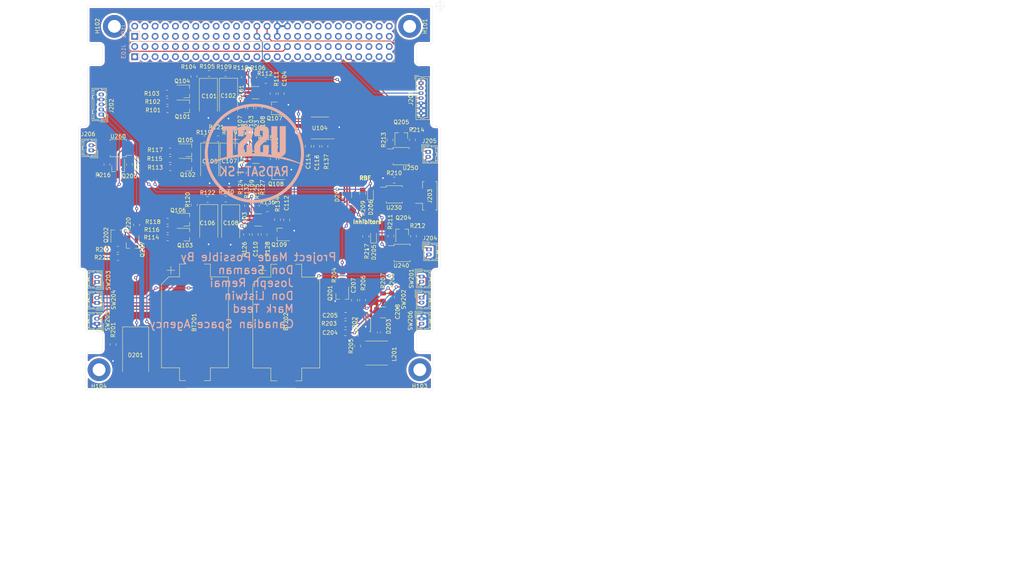
<source format=kicad_pcb>
(kicad_pcb (version 20171130) (host pcbnew "(5.1.12)-1")
  (layers (0 F.Cu signal) (31 B.Cu signal hide) (34 B.Paste user) (35 F.Paste user) (36 B.SilkS user) (37 F.SilkS user) (38 B.Mask user) (39 F.Mask user) (44 Edge.Cuts user))
  (net 0 "")
  (net 1 "Net-(C101-Pad1)")
  (net 2 GND)
  (net 3 "Net-(C103-Pad1)")
  (net 4 Timer_A_out)
  (net 5 "Net-(C105-Pad1)")
  (net 6 "Net-(C106-Pad1)")
  (net 7 "Net-(C109-Pad1)")
  (net 8 "Net-(C110-Pad1)")
  (net 9 Timer_B_out)
  (net 10 Timer_C_out)
  (net 11 "Net-(Q101-Pad1)")
  (net 12 "Net-(Q101-Pad3)")
  (net 13 "Net-(Q102-Pad3)")
  (net 14 "Net-(Q103-Pad1)")
  (net 15 "Net-(Q103-Pad3)")
  (net 16 "Net-(Q104-Pad3)")
  (net 17 "Net-(Q105-Pad3)")
  (net 18 "Net-(Q106-Pad3)")
  (net 19 "Net-(Q107-Pad3)")
  (net 20 "Net-(Q108-Pad1)")
  (net 21 "Net-(Q108-Pad3)")
  (net 22 "Net-(Q109-Pad1)")
  (net 23 "Net-(Q109-Pad3)")
  (net 24 "Net-(R109-Pad1)")
  (net 25 "Net-(R110-Pad1)")
  (net 26 "Net-(R129-Pad1)")
  (net 27 "Net-(R130-Pad1)")
  (net 28 "Net-(R131-Pad1)")
  (net 29 "Net-(R132-Pad1)")
  (net 30 "Net-(Q102-Pad1)")
  (net 31 "Net-(Q107-Pad1)")
  (net 32 "Net-(BT201-Pad1)")
  (net 33 "Net-(BT201-Pad2)")
  (net 34 "Net-(C204-Pad1)")
  (net 35 "Net-(C205-Pad1)")
  (net 36 "Net-(C207-Pad2)")
  (net 37 "Net-(C207-Pad1)")
  (net 38 "Net-(D203-Pad2)")
  (net 39 +3V3)
  (net 40 I2C_CLK)
  (net 41 I2C_DATA)
  (net 42 "Net-(L201-Pad1)")
  (net 43 +BATT)
  (net 44 "Net-(D201-Pad1)")
  (net 45 USB_Charge)
  (net 46 "Net-(Q202-Pad1)")
  (net 47 "Net-(Q202-Pad3)")
  (net 48 "Net-(J203-Pad2)")
  (net 49 "Net-(J203-Pad1)")
  (net 50 +5V)
  (net 51 "Net-(J204-Pad2)")
  (net 52 "Net-(J204-Pad1)")
  (net 53 "Net-(J205-Pad2)")
  (net 54 "Net-(J205-Pad1)")
  (net 55 "Net-(J206-Pad1)")
  (net 56 "Net-(J206-Pad2)")
  (net 57 "Net-(Q201-Pad1)")
  (net 58 "Net-(Q204-Pad2)")
  (net 59 "Net-(Q205-Pad2)")
  (net 60 "Net-(Q206-Pad2)")
  (net 61 "Net-(R205-Pad1)")
  (net 62 "Net-(R206-Pad1)")
  (net 63 InhibV+)
  (net 64 "Net-(Q204-Pad3)")
  (net 65 "Net-(Q204-Pad1)")
  (net 66 "Net-(Q205-Pad3)")
  (net 67 "Net-(Q205-Pad1)")
  (net 68 "Net-(Q206-Pad3)")
  (net 69 "Net-(Q206-Pad1)")
  (net 70 "Net-(SW201-Pad1)")
  (net 71 Inhib_EN)
  (net 72 "Net-(D205-Pad1)")
  (net 73 "Net-(D206-Pad1)")
  (net 74 "Net-(R210-Pad1)")
  (net 75 "Net-(Q207-Pad3)")
  (net 76 "Net-(Q207-Pad1)")
  (net 77 "/RADSAT-SK Timer 2/Inhib_in")
  (module Resistor_SMD:R_0805_2012Metric (layer F.Cu) (at 105.664 123.444 90)
    (fp_text reference R206 (at 4.2926 0.127 90) (layer F.SilkS))
    (fp_text value 15k)
    (pad 2 smd roundrect (at 1.1 0 90) (size 1.3 1.6) (layers F.Cu F.Paste F.Mask) (roundrect_rratio 0.244) (net 37 "Net-(C207-Pad1)"))
    (pad 1 smd roundrect (at -1.1 0 90) (size 1.3 1.6) (layers F.Cu F.Paste F.Mask) (roundrect_rratio 0.244) (net 62 "Net-(R206-Pad1)"))
  )
  (module USSTlogo:USSTLOGO (layer B.Cu) (at 78.6384 84.9376 180)
    (fp_text reference G*** hide)
    (fp_text value LOGO hide)
    (fp_text user RADSAT-SK (at 0.02 -6.41) (layer B.SilkS) (effects (font (size 2.25 2) (thickness 0.35)) (justify mirror)))
  )
  (module Sumida_inductor:Sumida_inductor (layer F.Cu) (at 107.442 136.652)
    (fp_text reference L201 (at 6.096 0.254 270) (layer F.SilkS))
    (fp_text value 10uH)
    (pad 2 smd rect (at 3.4 0) (size 1.9 5.3) (layers F.Cu F.Paste F.Mask) (net 38 "Net-(D203-Pad2)"))
    (pad 1 smd rect (at 0 0 90) (size 5.3 1.9) (layers F.Cu F.Paste F.Mask) (net 42 "Net-(L201-Pad1)"))
  )
  (module LED_SMD:LED_0603_1608Metric_Pad1.05x0.95mm_HandSolder (layer F.Cu) (at 108.376 107.52 90)
    (fp_text reference D205 (at -3.986 0.082 90) (layer F.SilkS))
    (fp_text value LED)
    (pad 2 smd roundrect (at 0.875 0 90) (size 1.05 0.95) (layers F.Cu F.Paste F.Mask) (net 77 "/RADSAT-SK Timer 2/Inhib_in"))
    (pad 1 smd roundrect (at -0.875 0 90) (size 1.05 0.95) (layers F.Cu F.Paste F.Mask) (net 72 "Net-(D205-Pad1)"))
  )
  (module Resistor_SMD:R_0805_2012Metric (layer F.Cu) (at 106.426 107.52 270)
    (fp_text reference R217 (at 3.732 -0.274 270) (layer F.SilkS))
    (fp_text value 1k)
    (pad 2 smd roundrect (at 0.9125 0 270) (size 1.025 1.4) (layers F.Cu F.Paste F.Mask) (roundrect_rratio 0.2439014634146341) (net 2 GND))
    (pad 1 smd roundrect (at -0.9125 0 270) (size 1.025 1.4) (layers F.Cu F.Paste F.Mask) (roundrect_rratio 0.2439014634146341) (net 72 "Net-(D205-Pad1)"))
  )
  (module Resistor_SMD:R_0805_2012Metric (layer F.Cu) (at 118.09288 83.42816 90)
    (fp_text reference R214 (at 2.50698 1.03312 180) (layer F.SilkS))
    (fp_text value 1k)
    (pad 2 smd roundrect (at 0.9125 0 90) (size 1.025 1.4) (layers F.Cu F.Paste F.Mask) (roundrect_rratio 0.2439014634146341) (net 2 GND))
    (pad 1 smd roundrect (at -0.9125 0 90) (size 1.025 1.4) (layers F.Cu F.Paste F.Mask) (roundrect_rratio 0.2439014634146341) (net 59 "Net-(Q205-Pad2)"))
  )
  (module Package_TO_SOT_SMD:SOT-363_SC-70-6_Handsoldering (layer F.Cu) (at 101.755001 97.142999 90)
    (fp_text reference D204 (at 0.114999 -2.441001 90) (layer F.SilkS))
    (fp_text value BAT54CDW)
    (pad 6 smd rect (at 1.33 -0.65 90) (size 1.5 0.4) (layers F.Cu F.Paste F.Mask) (net 63 InhibV+))
    (pad 5 smd rect (at 1.33 0 90) (size 1.5 0.4) (layers F.Cu F.Paste F.Mask) (net 71 Inhib_EN))
    (pad 4 smd rect (at 1.33 0.65 90) (size 1.5 0.4) (layers F.Cu F.Paste F.Mask) (net 50 +5V))
    (pad 3 smd rect (at -1.33 0.65 90) (size 1.5 0.4) (layers F.Cu F.Paste F.Mask) (net 77 "/RADSAT-SK Timer 2/Inhib_in"))
    (pad 2 smd rect (at -1.33 0 90) (size 1.5 0.4) (layers F.Cu F.Paste F.Mask) (net 50 +5V))
    (pad 1 smd rect (at -1.33 -0.65 90) (size 1.5 0.4) (layers F.Cu F.Paste F.Mask) (net 43 +BATT))
  )
  (module Capacitor_Tantalum_SMD:CP_EIA-7343-30_AVX-N_Pad2.25x2.55mm_HandSolder (layer F.Cu) (at 72.20294 72.615824 270)
    (fp_text reference C102 (at -0.215824 0.06694 180) (layer F.SilkS))
    (fp_text value 330u)
    (pad 2 smd roundrect (at 3.2 0 270) (size 2.25 2.55) (layers F.Cu F.Paste F.Mask) (roundrect_rratio 0.1111106666666667) (net 2 GND))
    (pad 1 smd roundrect (at -3.2 0 270) (size 2.25 2.55) (layers F.Cu F.Paste F.Mask) (roundrect_rratio 0.1111106666666667) (net 1 "Net-(C101-Pad1)"))
  )
  (module Capacitor_Tantalum_SMD:CP_EIA-7343-30_AVX-N_Pad2.25x2.55mm_HandSolder (layer F.Cu) (at 67.186 72.65 270)
    (fp_text reference C101 (at -0.145824 -0.18306 180) (layer F.SilkS))
    (fp_text value 330u)
    (pad 2 smd roundrect (at 3.2 0 270) (size 2.25 2.55) (layers F.Cu F.Paste F.Mask) (roundrect_rratio 0.1111106666666667) (net 2 GND))
    (pad 1 smd roundrect (at -3.2 0 270) (size 2.25 2.55) (layers F.Cu F.Paste F.Mask) (roundrect_rratio 0.1111106666666667) (net 1 "Net-(C101-Pad1)"))
  )
  (module Resistor_SMD:R_0805_2012Metric (layer F.Cu) (at 56.8714 71.7348 180)
    (fp_text reference R103 (at 3.81 -0.127) (layer F.SilkS))
    (fp_text value 1M)
    (pad 2 smd roundrect (at 0.9125 0 180) (size 1.025 1.4) (layers F.Cu F.Paste F.Mask) (roundrect_rratio 0.2439014634146341) (net 43 +BATT))
    (pad 1 smd roundrect (at -0.9125 0 180) (size 1.025 1.4) (layers F.Cu F.Paste F.Mask) (roundrect_rratio 0.2439014634146341) (net 12 "Net-(Q101-Pad3)"))
  )
  (module Capacitor_SMD:C_0805_2012Metric (layer F.Cu) (at 85.336 71.9 270)
    (fp_text reference C104 (at -3.75 -0.8 90) (layer F.SilkS))
    (fp_text value 100n)
    (pad 2 smd roundrect (at 0.95 0 270) (size 1 1.45) (layers F.Cu F.Paste F.Mask) (net 2 GND))
    (pad 1 smd roundrect (at -0.95 0 270) (size 1 1.45) (layers F.Cu F.Paste F.Mask) (net 4 Timer_A_out))
  )
  (module Resistor_SMD:R_0805_2012Metric (layer F.Cu) (at 67.336 66.85)
    (fp_text reference R105 (at -0.45 -1.75 -180) (layer F.SilkS))
    (fp_text value 3.48M)
    (pad 2 smd roundrect (at 0.9125 0) (size 1.025 1.4) (layers F.Cu F.Paste F.Mask) (roundrect_rratio 0.2439014634146341) (net 1 "Net-(C101-Pad1)"))
    (pad 1 smd roundrect (at -0.9125 0) (size 1.025 1.4) (layers F.Cu F.Paste F.Mask) (roundrect_rratio 0.2439014634146341) (net 43 +BATT))
  )
  (module Resistor_SMD:R_0805_2012Metric (layer F.Cu) (at 56.93884 73.808424 180)
    (fp_text reference R102 (at 3.67424 -0.085376) (layer F.SilkS))
    (fp_text value 100)
    (pad 2 smd roundrect (at 0.9125 0 180) (size 1.025 1.4) (layers F.Cu F.Paste F.Mask) (roundrect_rratio 0.2439014634146341) (net 43 +BATT))
    (pad 1 smd roundrect (at -0.9125 0 180) (size 1.025 1.4) (layers F.Cu F.Paste F.Mask) (roundrect_rratio 0.2439014634146341) (net 11 "Net-(Q101-Pad1)"))
  )
  (module Resistor_SMD:R_0805_2012Metric (layer F.Cu) (at 56.973 75.8496)
    (fp_text reference R101 (at -3.5833 0.1524) (layer F.SilkS))
    (fp_text value 1M)
    (pad 2 smd roundrect (at 0.9125 0) (size 1.025 1.4) (layers F.Cu F.Paste F.Mask) (roundrect_rratio 0.2439014634146341) (net 2 GND))
    (pad 1 smd roundrect (at -0.9125 0) (size 1.025 1.4) (layers F.Cu F.Paste F.Mask) (roundrect_rratio 0.2439014634146341) (net 43 +BATT))
  )
  (module Resistor_SMD:R_0805_2012Metric (layer F.Cu) (at 63.586 67.6 90)
    (fp_text reference R104 (at 2.4 -1.35 180) (layer F.SilkS))
    (fp_text value 1K)
    (pad 2 smd roundrect (at 0.9125 0 90) (size 1.025 1.4) (layers F.Cu F.Paste F.Mask) (roundrect_rratio 0.2439014634146341) (net 1 "Net-(C101-Pad1)"))
    (pad 1 smd roundrect (at -0.9125 0 90) (size 1.025 1.4) (layers F.Cu F.Paste F.Mask) (roundrect_rratio 0.2439014634146341) (net 16 "Net-(Q104-Pad3)"))
  )
  (module Capacitor_SMD:C_0805_2012Metric (layer F.Cu) (at 77.736 75.5 270)
    (fp_text reference C103 (at 3.75 -0.1 90) (layer F.SilkS))
    (fp_text value 100n)
    (pad 2 smd roundrect (at 0.95 0 270) (size 1 1.45) (layers F.Cu F.Paste F.Mask) (net 2 GND))
    (pad 1 smd roundrect (at -0.95 0 270) (size 1 1.45) (layers F.Cu F.Paste F.Mask) (net 3 "Net-(C103-Pad1)"))
  )
  (module Resistor_SMD:R_0805_2012Metric (layer F.Cu) (at 71.436 66.85 180)
    (fp_text reference R109 (at 0.35 1.65) (layer F.SilkS))
    (fp_text value 1k)
    (pad 2 smd roundrect (at 0.9125 0 180) (size 1.025 1.4) (layers F.Cu F.Paste F.Mask) (roundrect_rratio 0.2439014634146341) (net 1 "Net-(C101-Pad1)"))
    (pad 1 smd roundrect (at -0.9125 0 180) (size 1.025 1.4) (layers F.Cu F.Paste F.Mask) (roundrect_rratio 0.2439014634146341) (net 24 "Net-(R109-Pad1)"))
  )
  (module Resistor_SMD:R_0805_2012Metric (layer F.Cu) (at 79.786 75.5 90)
    (fp_text reference R108 (at -3.85 0.95 90) (layer F.SilkS))
    (fp_text value 1k)
    (pad 2 smd roundrect (at 0.9125 0 90) (size 1.025 1.4) (layers F.Cu F.Paste F.Mask) (roundrect_rratio 0.2439014634146341) (net 3 "Net-(C103-Pad1)"))
    (pad 1 smd roundrect (at -0.9125 0 90) (size 1.025 1.4) (layers F.Cu F.Paste F.Mask) (roundrect_rratio 0.2439014634146341) (net 19 "Net-(Q107-Pad3)"))
  )
  (module Resistor_SMD:R_0805_2012Metric (layer F.Cu) (at 81.486 68.55 180)
    (fp_text reference R112 (at 0.20494 1.675824) (layer F.SilkS))
    (fp_text value 1k)
    (pad 2 smd roundrect (at 0.9125 0 180) (size 1.025 1.4) (layers F.Cu F.Paste F.Mask) (roundrect_rratio 0.2439014634146341) (net 43 +BATT))
    (pad 1 smd roundrect (at -0.9125 0 180) (size 1.025 1.4) (layers F.Cu F.Paste F.Mask) (roundrect_rratio 0.2439014634146341) (net 4 Timer_A_out))
  )
  (module Resistor_SMD:R_0805_2012Metric (layer F.Cu) (at 75.686 75.4875 270)
    (fp_text reference R107 (at 3.7625 0.6 90) (layer F.SilkS))
    (fp_text value 1M)
    (pad 2 smd roundrect (at 0.9125 0 270) (size 1.025 1.4) (layers F.Cu F.Paste F.Mask) (roundrect_rratio 0.2439014634146341) (net 2 GND))
    (pad 1 smd roundrect (at -0.9125 0 270) (size 1.025 1.4) (layers F.Cu F.Paste F.Mask) (roundrect_rratio 0.2439014634146341) (net 3 "Net-(C103-Pad1)"))
  )
  (module Resistor_SMD:R_0805_2012Metric (layer F.Cu) (at 78.436 67.85 270)
    (fp_text reference R106 (at -2.4 -1.1) (layer F.SilkS))
    (fp_text value 442K)
    (pad 2 smd roundrect (at 0.9125 0 270) (size 1.025 1.4) (layers F.Cu F.Paste F.Mask) (roundrect_rratio 0.2439014634146341) (net 3 "Net-(C103-Pad1)"))
    (pad 1 smd roundrect (at -0.9125 0 270) (size 1.025 1.4) (layers F.Cu F.Paste F.Mask) (roundrect_rratio 0.2439014634146341) (net 43 +BATT))
  )
  (module Resistor_SMD:R_0805_2012Metric (layer F.Cu) (at 83.336 71.9 270)
    (fp_text reference R111 (at -3.75 -0.8 90) (layer F.SilkS))
    (fp_text value 100)
    (pad 2 smd roundrect (at 0.9125 0 270) (size 1.025 1.4) (layers F.Cu F.Paste F.Mask) (roundrect_rratio 0.2439014634146341) (net 31 "Net-(Q107-Pad1)"))
    (pad 1 smd roundrect (at -0.9125 0 270) (size 1.025 1.4) (layers F.Cu F.Paste F.Mask) (roundrect_rratio 0.2439014634146341) (net 4 Timer_A_out))
  )
  (module Resistor_SMD:R_0805_2012Metric (layer F.Cu) (at 76.186 67.8 90)
    (fp_text reference R110 (at 2.4 -0.95 180) (layer F.SilkS))
    (fp_text value 1k)
    (pad 2 smd roundrect (at 0.9125 0 90) (size 1.025 1.4) (layers F.Cu F.Paste F.Mask) (roundrect_rratio 0.2439014634146341) (net 3 "Net-(C103-Pad1)"))
    (pad 1 smd roundrect (at -0.9125 0 90) (size 1.025 1.4) (layers F.Cu F.Paste F.Mask) (roundrect_rratio 0.2439014634146341) (net 25 "Net-(R110-Pad1)"))
  )
  (module Package_TO_SOT_SMD:SOT-23_Handsoldering (layer F.Cu) (at 83.686 75.55 180)
    (fp_text reference Q107 (at 0 -2.5) (layer F.SilkS))
    (fp_text value IRLML2060)
    (pad 3 smd rect (at 1.5 0 180) (size 1.9 0.8) (layers F.Cu F.Paste F.Mask) (net 19 "Net-(Q107-Pad3)"))
    (pad 2 smd rect (at -1.5 0.95 180) (size 1.9 0.8) (layers F.Cu F.Paste F.Mask) (net 2 GND))
    (pad 1 smd rect (at -1.5 -0.95 180) (size 1.9 0.8) (layers F.Cu F.Paste F.Mask) (net 31 "Net-(Q107-Pad1)"))
  )
  (module Package_TO_SOT_SMD:SOT-23_Handsoldering (layer F.Cu) (at 61.70494 71.317824)
    (fp_text reference Q104 (at -1.04894 -2.580224) (layer F.SilkS))
    (fp_text value IRLML2060)
    (pad 3 smd rect (at 1.5 0) (size 1.9 0.8) (layers F.Cu F.Paste F.Mask) (net 16 "Net-(Q104-Pad3)"))
    (pad 2 smd rect (at -1.5 0.95) (size 1.9 0.8) (layers F.Cu F.Paste F.Mask) (net 2 GND))
    (pad 1 smd rect (at -1.5 -0.95) (size 1.9 0.8) (layers F.Cu F.Paste F.Mask) (net 12 "Net-(Q101-Pad3)"))
  )
  (module Package_TO_SOT_SMD:TSOT-23-5_HandSoldering (layer F.Cu) (at 78.936 71.6)
    (fp_text reference U101 (at -3.498 0.028 90) (layer F.SilkS))
    (fp_text value LM397MF)
    (pad 5 smd rect (at 1.71 -0.95) (size 2 0.65) (layers F.Cu F.Paste F.Mask) (net 43 +BATT))
    (pad 4 smd rect (at 1.71 0.95) (size 2 0.65) (layers F.Cu F.Paste F.Mask) (net 4 Timer_A_out))
    (pad 3 smd rect (at -1.71 0.95) (size 2 0.65) (layers F.Cu F.Paste F.Mask) (net 24 "Net-(R109-Pad1)"))
    (pad 2 smd rect (at -1.71 0) (size 2 0.65) (layers F.Cu F.Paste F.Mask) (net 2 GND))
    (pad 1 smd rect (at -1.71 -0.95) (size 2 0.65) (layers F.Cu F.Paste F.Mask) (net 25 "Net-(R110-Pad1)"))
  )
  (module Package_TO_SOT_SMD:SOT-23_Handsoldering (layer F.Cu) (at 61.7228 75.0622)
    (fp_text reference Q101 (at -0.9652 2.5654) (layer F.SilkS))
    (fp_text value IRLML2060)
    (pad 3 smd rect (at 1.5 0) (size 1.9 0.8) (layers F.Cu F.Paste F.Mask) (net 12 "Net-(Q101-Pad3)"))
    (pad 2 smd rect (at -1.5 0.95) (size 1.9 0.8) (layers F.Cu F.Paste F.Mask) (net 2 GND))
    (pad 1 smd rect (at -1.5 -0.95) (size 1.9 0.8) (layers F.Cu F.Paste F.Mask) (net 11 "Net-(Q101-Pad1)"))
  )
  (module Resistor_SMD:R_0805_2012Metric (layer F.Cu) (at 44.6005 112.776 180)
    (fp_text reference R221 (at 3.9605 0) (layer F.SilkS))
    (fp_text value 1M)
    (pad 2 smd roundrect (at 0.9125 0 180) (size 1.025 1.4) (layers F.Cu F.Paste F.Mask) (roundrect_rratio 0.2439014634146341) (net 32 "Net-(BT201-Pad1)"))
    (pad 1 smd roundrect (at -0.9125 0 180) (size 1.025 1.4) (layers F.Cu F.Paste F.Mask) (roundrect_rratio 0.2439014634146341) (net 75 "Net-(Q207-Pad3)"))
  )
  (module Resistor_SMD:R_0805_2012Metric (layer F.Cu) (at 49.276 104.648 90)
    (fp_text reference R220 (at 0 -2.032 90) (layer F.SilkS))
    (fp_text value 100)
    (pad 2 smd roundrect (at 0.9125 0 90) (size 1.025 1.4) (layers F.Cu F.Paste F.Mask) (roundrect_rratio 0.2439014634146341) (net 44 "Net-(D201-Pad1)"))
    (pad 1 smd roundrect (at -0.9125 0 90) (size 1.025 1.4) (layers F.Cu F.Paste F.Mask) (roundrect_rratio 0.2439014634146341) (net 76 "Net-(Q207-Pad1)"))
  )
  (module Package_TO_SOT_SMD:SOT-23_Handsoldering (layer F.Cu) (at 48.26 109.728 270)
    (fp_text reference Q207 (at 1.0676 -2.4798 90) (layer F.SilkS))
    (fp_text value IRLML2060)
    (pad 3 smd rect (at 1.5 0 270) (size 1.9 0.8) (layers F.Cu F.Paste F.Mask) (net 75 "Net-(Q207-Pad3)"))
    (pad 2 smd rect (at -1.5 0.95 270) (size 1.9 0.8) (layers F.Cu F.Paste F.Mask) (net 33 "Net-(BT201-Pad2)"))
    (pad 1 smd rect (at -1.5 -0.95 270) (size 1.9 0.8) (layers F.Cu F.Paste F.Mask) (net 76 "Net-(Q207-Pad1)"))
  )
  (module Capacitor_Tantalum_SMD:CP_EIA-7343-30_AVX-N_Pad2.25x2.55mm_HandSolder (layer F.Cu) (at 72.37706 88.7974 270)
    (fp_text reference C107 (at -0.071024 -0.01186 180) (layer F.SilkS))
    (fp_text value 330u)
    (pad 2 smd roundrect (at 3.2 0 270) (size 2.25 2.55) (layers F.Cu F.Paste F.Mask) (roundrect_rratio 0.1111106666666667) (net 2 GND))
    (pad 1 smd roundrect (at -3.2 0 270) (size 2.25 2.55) (layers F.Cu F.Paste F.Mask) (roundrect_rratio 0.1111106666666667) (net 5 "Net-(C105-Pad1)"))
  )
  (module Resistor_SMD:R_0805_2012Metric (layer F.Cu) (at 96.248 85.048 90)
    (fp_text reference R137 (at -3.845904 0.359586 90) (layer F.SilkS))
    (fp_text value 5.1M)
    (pad 1 smd roundrect (at -0.9125 0 90) (size 1.025 1.4) (layers F.Cu F.Paste F.Mask) (roundrect_rratio 0.2439014634146341) (net 2 GND))
    (pad 2 smd roundrect (at 0.9125 0 90) (size 1.025 1.4) (layers F.Cu F.Paste F.Mask) (roundrect_rratio 0.2439014634146341) (net 71 Inhib_EN))
  )
  (module Capacitor_SMD:C_0805_2012Metric (layer F.Cu) (at 92.098 85.028 270)
    (fp_text reference C114 (at 3.785904 0.010414 270) (layer F.SilkS))
    (fp_text value 100n)
    (pad 1 smd roundrect (at -0.95 0 270) (size 1 1.45) (layers F.Cu F.Paste F.Mask) (net 43 +BATT))
    (pad 2 smd roundrect (at 0.95 0 270) (size 1 1.45) (layers F.Cu F.Paste F.Mask) (net 2 GND))
  )
  (module Capacitor_SMD:C_0805_2012Metric (layer F.Cu) (at 94.208 85.038 270)
    (fp_text reference C113 (at 4.08 -0.04 270) (layer F.SilkS))
    (fp_text value 100n)
    (pad 1 smd roundrect (at -0.95 0 270) (size 1 1.45) (layers F.Cu F.Paste F.Mask) (net 71 Inhib_EN))
    (pad 2 smd roundrect (at 0.95 0 270) (size 1 1.45) (layers F.Cu F.Paste F.Mask) (net 2 GND))
  )
  (module Battery:BatteryHolder_Keystone_1060_1x2032 (layer F.Cu) (at 63.8302 128.9812 270)
    (fp_text reference BT201 (at 0.0254 0.2032 90) (layer F.SilkS))
    (fp_text value Battery_Cell)
    (pad 1 smd rect (at -14.65 0 90) (size 2.6 3.6) (layers F.Cu F.Paste F.Mask) (net 32 "Net-(BT201-Pad1)"))
    (pad 2 smd rect (at 14.65 0 90) (size 2.6 3.6) (layers F.Cu F.Paste F.Mask) (net 33 "Net-(BT201-Pad2)"))
  )
  (module Battery:BatteryHolder_Keystone_1060_1x2032 (layer F.Cu) (at 86.614 129.02982 270)
    (fp_text reference BT202 (at -0.22642 0.1046 90) (layer F.SilkS))
    (fp_text value Battery_Cell)
    (pad 1 smd rect (at -14.65 0 90) (size 2.6 3.6) (layers F.Cu F.Paste F.Mask) (net 32 "Net-(BT201-Pad1)"))
    (pad 2 smd rect (at 14.65 0 90) (size 2.6 3.6) (layers F.Cu F.Paste F.Mask) (net 33 "Net-(BT201-Pad2)"))
  )
  (module Connector_Hirose:Hirose_DF13C_CL535-0403-5-51_1x03-1MP_P1.25mm_Vertical (layer F.Cu) (at 121.158 97.4 90)
    (fp_text reference J203 (at -0.05158 1.28162 90) (layer F.SilkS))
    (fp_text value Conn_01x03)
    (pad 3 smd rect (at 1.25 -1.45 90) (size 0.7 1.8) (layers F.Cu F.Paste F.Mask))
    (pad 2 smd rect (at 0 -1.45 90) (size 0.7 1.8) (layers F.Cu F.Paste F.Mask) (net 48 "Net-(J203-Pad2)"))
    (pad 1 smd rect (at -1.25 -1.45 90) (size 0.7 1.8) (layers F.Cu F.Paste F.Mask) (net 49 "Net-(J203-Pad1)"))
    (pad MP smd rect (at -3.5 1.25 90) (size 1.6 2.2) (layers F.Cu F.Paste F.Mask))
    (pad MP smd rect (at 3.5 1.25 90) (size 1.6 2.2) (layers F.Cu F.Paste F.Mask))
  )
  (module Resistor_SMD:R_0805_2012Metric (layer F.Cu) (at 105.664 96.774 270)
    (fp_text reference R209 (at 3.7 -0.08 90) (layer F.SilkS))
    (fp_text value 1k)
    (pad 2 smd roundrect (at 0.9125 0 270) (size 1.025 1.4) (layers F.Cu F.Paste F.Mask) (roundrect_rratio 0.2439014634146341) (net 2 GND))
    (pad 1 smd roundrect (at -0.9125 0 270) (size 1.025 1.4) (layers F.Cu F.Paste F.Mask) (roundrect_rratio 0.2439014634146341) (net 73 "Net-(D206-Pad1)"))
  )
  (module LED_SMD:LED_0603_1608Metric_Pad1.05x0.95mm_HandSolder (layer F.Cu) (at 107.602 96.736 90)
    (fp_text reference D206 (at -3.594 0.094 90) (layer F.SilkS))
    (fp_text value LED)
    (pad 2 smd roundrect (at 0.875 0 90) (size 1.05 0.95) (layers F.Cu F.Paste F.Mask) (net 63 InhibV+))
    (pad 1 smd roundrect (at -0.875 0 90) (size 1.05 0.95) (layers F.Cu F.Paste F.Mask) (net 73 "Net-(D206-Pad1)"))
  )
  (module Diode_SMD:D_SMC_Handsoldering (layer F.Cu) (at 49.022 136.906 270)
    (fp_text reference D201 (at 0.254 0 180) (layer F.SilkS))
    (fp_text value 5.0SMDJ5.0A)
    (pad 2 smd rect (at 4.4 0) (size 3.3 4.5) (layers F.Cu F.Paste F.Mask) (net 2 GND))
    (pad 1 smd rect (at -4.4 0) (size 3.3 4.5) (layers F.Cu F.Paste F.Mask) (net 44 "Net-(D201-Pad1)"))
  )
  (module Capacitor_Tantalum_SMD:CP_EIA-7343-30_AVX-N_Pad2.25x2.55mm_HandSolder (layer F.Cu) (at 72.7352 104.2156 270)
    (fp_text reference C108 (at -0.029624 -0.051593 180) (layer F.SilkS))
    (fp_text value 330u)
    (pad 2 smd roundrect (at 3.2 0 270) (size 2.25 2.55) (layers F.Cu F.Paste F.Mask) (roundrect_rratio 0.1111106666666667) (net 2 GND))
    (pad 1 smd roundrect (at -3.2 0 270) (size 2.25 2.55) (layers F.Cu F.Paste F.Mask) (roundrect_rratio 0.1111106666666667) (net 6 "Net-(C106-Pad1)"))
  )
  (module Capacitor_Tantalum_SMD:CP_EIA-7343-30_AVX-N_Pad2.25x2.55mm_HandSolder (layer F.Cu) (at 67.2742 104.1648 270)
    (fp_text reference C106 (at 0.0254 0.3302 180) (layer F.SilkS))
    (fp_text value 330u)
    (pad 2 smd roundrect (at 3.2 0 270) (size 2.25 2.55) (layers F.Cu F.Paste F.Mask) (roundrect_rratio 0.1111106666666667) (net 2 GND))
    (pad 1 smd roundrect (at -3.2 0 270) (size 2.25 2.55) (layers F.Cu F.Paste F.Mask) (roundrect_rratio 0.1111106666666667) (net 6 "Net-(C106-Pad1)"))
  )
  (module Capacitor_Tantalum_SMD:CP_EIA-7343-30_AVX-N_Pad2.25x2.55mm_HandSolder (layer F.Cu) (at 67.50026 88.7978 270)
    (fp_text reference C105 (at -0.011024 -0.07786 180) (layer F.SilkS))
    (fp_text value 330u)
    (pad 2 smd roundrect (at 3.2 0 270) (size 2.25 2.55) (layers F.Cu F.Paste F.Mask) (roundrect_rratio 0.1111106666666667) (net 2 GND))
    (pad 1 smd roundrect (at -3.2 0 270) (size 2.25 2.55) (layers F.Cu F.Paste F.Mask) (roundrect_rratio 0.1111106666666667) (net 5 "Net-(C105-Pad1)"))
  )
  (module Package_SO:SOP-4_3.8x4.1mm_P2.54mm (layer F.Cu) (at 44.6749 85.47748 180)
    (fp_text reference U260 (at 0 2.92748) (layer F.SilkS))
    (fp_text value CPC1117N)
    (pad 4 smd roundrect (at 2.75 -1.27 180) (size 1.45 0.55) (layers F.Cu F.Paste F.Mask) (net 55 "Net-(J206-Pad1)"))
    (pad 3 smd roundrect (at 2.75 1.27 180) (size 1.45 0.55) (layers F.Cu F.Paste F.Mask) (net 56 "Net-(J206-Pad2)"))
    (pad 2 smd roundrect (at -2.75 1.27 180) (size 1.45 0.55) (layers F.Cu F.Paste F.Mask) (net 68 "Net-(Q206-Pad3)"))
    (pad 1 smd roundrect (at -2.75 -1.27 180) (size 1.45 0.55) (layers F.Cu F.Paste F.Mask) (net 63 InhibV+))
  )
  (module Package_SO:SOP-4_3.8x4.1mm_P2.54mm (layer F.Cu) (at 115.26332 87.48708)
    (fp_text reference U250 (at 2.33868 2.93692) (layer F.SilkS))
    (fp_text value CPC1117N)
    (pad 4 smd roundrect (at 2.75 -1.27) (size 1.45 0.55) (layers F.Cu F.Paste F.Mask) (net 54 "Net-(J205-Pad1)"))
    (pad 3 smd roundrect (at 2.75 1.27) (size 1.45 0.55) (layers F.Cu F.Paste F.Mask) (net 53 "Net-(J205-Pad2)"))
    (pad 2 smd roundrect (at -2.75 1.27) (size 1.45 0.55) (layers F.Cu F.Paste F.Mask) (net 66 "Net-(Q205-Pad3)"))
    (pad 1 smd roundrect (at -2.75 -1.27) (size 1.45 0.55) (layers F.Cu F.Paste F.Mask) (net 63 InhibV+))
  )
  (module Package_SO:SOP-4_3.8x4.1mm_P2.54mm (layer F.Cu) (at 115.50362 111.65238)
    (fp_text reference U240 (at -0.18762 3.15562) (layer F.SilkS))
    (fp_text value CPC1117N)
    (pad 4 smd roundrect (at 2.75 -1.27) (size 1.45 0.55) (layers F.Cu F.Paste F.Mask) (net 52 "Net-(J204-Pad1)"))
    (pad 3 smd roundrect (at 2.75 1.27) (size 1.45 0.55) (layers F.Cu F.Paste F.Mask) (net 51 "Net-(J204-Pad2)"))
    (pad 2 smd roundrect (at -2.75 1.27) (size 1.45 0.55) (layers F.Cu F.Paste F.Mask) (net 64 "Net-(Q204-Pad3)"))
    (pad 1 smd roundrect (at -2.75 -1.27) (size 1.45 0.55) (layers F.Cu F.Paste F.Mask) (net 63 InhibV+))
  )
  (module Resistor_SMD:R_0805_2012Metric (layer F.Cu) (at 41.88598 89.56942 270)
    (fp_text reference R216 (at 2.63258 0.99198 180) (layer F.SilkS))
    (fp_text value 1k)
    (pad 2 smd roundrect (at 0.9125 0 270) (size 1.025 1.4) (layers F.Cu F.Paste F.Mask) (roundrect_rratio 0.2439014634146341) (net 2 GND))
    (pad 1 smd roundrect (at -0.9125 0 270) (size 1.025 1.4) (layers F.Cu F.Paste F.Mask) (roundrect_rratio 0.2439014634146341) (net 60 "Net-(Q206-Pad2)"))
  )
  (module Resistor_SMD:R_0805_2012Metric (layer F.Cu) (at 47.48922 89.58212 90)
    (fp_text reference R215 (at 0.17412 1.78678 90) (layer F.SilkS))
    (fp_text value 100)
    (pad 2 smd roundrect (at 0.9125 0 90) (size 1.025 1.4) (layers F.Cu F.Paste F.Mask) (roundrect_rratio 0.2439014634146341) (net 69 "Net-(Q206-Pad1)"))
    (pad 1 smd roundrect (at -0.9125 0 90) (size 1.025 1.4) (layers F.Cu F.Paste F.Mask) (roundrect_rratio 0.2439014634146341) (net 77 "/RADSAT-SK Timer 2/Inhib_in"))
  )
  (module Resistor_SMD:R_0805_2012Metric (layer F.Cu) (at 112.5125 83.43832 270)
    (fp_text reference R213 (at 0.0127 1.62814 90) (layer F.SilkS))
    (fp_text value 100)
    (pad 2 smd roundrect (at 0.9125 0 270) (size 1.025 1.4) (layers F.Cu F.Paste F.Mask) (roundrect_rratio 0.2439014634146341) (net 67 "Net-(Q205-Pad1)"))
    (pad 1 smd roundrect (at -0.9125 0 270) (size 1.025 1.4) (layers F.Cu F.Paste F.Mask) (roundrect_rratio 0.2439014634146341) (net 77 "/RADSAT-SK Timer 2/Inhib_in"))
  )
  (module Resistor_SMD:R_0805_2012Metric (layer F.Cu) (at 118.32556 107.48424 90)
    (fp_text reference R212 (at 2.59842 1.05444) (layer F.SilkS))
    (fp_text value 1k)
    (pad 2 smd roundrect (at 0.9125 0 90) (size 1.025 1.4) (layers F.Cu F.Paste F.Mask) (roundrect_rratio 0.2439014634146341) (net 2 GND))
    (pad 1 smd roundrect (at -0.9125 0 90) (size 1.025 1.4) (layers F.Cu F.Paste F.Mask) (roundrect_rratio 0.2439014634146341) (net 58 "Net-(Q204-Pad2)"))
  )
  (module Resistor_SMD:R_0805_2012Metric (layer F.Cu) (at 112.70962 107.46392 270)
    (fp_text reference R211 (at -3.57792 0.18762 90) (layer F.SilkS))
    (fp_text value 100)
    (pad 2 smd roundrect (at 0.9125 0 270) (size 1.025 1.4) (layers F.Cu F.Paste F.Mask) (roundrect_rratio 0.2439014634146341) (net 65 "Net-(Q204-Pad1)"))
    (pad 1 smd roundrect (at -0.9125 0 270) (size 1.025 1.4) (layers F.Cu F.Paste F.Mask) (roundrect_rratio 0.2439014634146341) (net 77 "/RADSAT-SK Timer 2/Inhib_in"))
  )
  (module Package_TO_SOT_SMD:SOT-23_Handsoldering (layer F.Cu) (at 44.67744 90.5778 270)
    (fp_text reference Q206 (at 1.8782 -2.82056 180) (layer F.SilkS))
    (fp_text value IRLML2060)
    (pad 3 smd rect (at 1.5 0 270) (size 1.9 0.8) (layers F.Cu F.Paste F.Mask) (net 68 "Net-(Q206-Pad3)"))
    (pad 2 smd rect (at -1.5 0.95 270) (size 1.9 0.8) (layers F.Cu F.Paste F.Mask) (net 60 "Net-(Q206-Pad2)"))
    (pad 1 smd rect (at -1.5 -0.95 270) (size 1.9 0.8) (layers F.Cu F.Paste F.Mask) (net 69 "Net-(Q206-Pad1)"))
  )
  (module Package_TO_SOT_SMD:SOT-23_Handsoldering (layer F.Cu) (at 115.29634 82.41724 90)
    (fp_text reference Q205 (at 3.42324 0.01966 180) (layer F.SilkS))
    (fp_text value IRLML2060)
    (pad 3 smd rect (at 1.5 0 90) (size 1.9 0.8) (layers F.Cu F.Paste F.Mask) (net 66 "Net-(Q205-Pad3)"))
    (pad 2 smd rect (at -1.5 0.95 90) (size 1.9 0.8) (layers F.Cu F.Paste F.Mask) (net 59 "Net-(Q205-Pad2)"))
    (pad 1 smd rect (at -1.5 -0.95 90) (size 1.9 0.8) (layers F.Cu F.Paste F.Mask) (net 67 "Net-(Q205-Pad1)"))
  )
  (module Package_TO_SOT_SMD:SOT-23_Handsoldering (layer F.Cu) (at 115.5214 106.4657 90)
    (fp_text reference Q204 (at 3.5957 0.3026 180) (layer F.SilkS))
    (fp_text value IRLML2060)
    (pad 3 smd rect (at 1.5 0 90) (size 1.9 0.8) (layers F.Cu F.Paste F.Mask) (net 64 "Net-(Q204-Pad3)"))
    (pad 2 smd rect (at -1.5 0.95 90) (size 1.9 0.8) (layers F.Cu F.Paste F.Mask) (net 58 "Net-(Q204-Pad2)"))
    (pad 1 smd rect (at -1.5 -0.95 90) (size 1.9 0.8) (layers F.Cu F.Paste F.Mask) (net 65 "Net-(Q204-Pad1)"))
  )
  (module Package_SO:SOP-4_3.8x4.1mm_P2.54mm (layer F.Cu) (at 113.538 97.028)
    (fp_text reference U230 (at -0.03556 3.302 180) (layer F.SilkS))
    (fp_text value CPC1117N)
    (pad 4 smd roundrect (at 2.75 -1.27) (size 1.45 0.55) (layers F.Cu F.Paste F.Mask) (net 49 "Net-(J203-Pad1)"))
    (pad 3 smd roundrect (at 2.75 1.27) (size 1.45 0.55) (layers F.Cu F.Paste F.Mask) (net 48 "Net-(J203-Pad2)"))
    (pad 2 smd roundrect (at -2.75 1.27) (size 1.45 0.55) (layers F.Cu F.Paste F.Mask) (net 74 "Net-(R210-Pad1)"))
    (pad 1 smd roundrect (at -2.75 -1.27) (size 1.45 0.55) (layers F.Cu F.Paste F.Mask) (net 63 InhibV+))
  )
  (module Resistor_SMD:R_0805_2012Metric (layer F.Cu) (at 113.538 93.472 180)
    (fp_text reference R210 (at 0 1.778) (layer F.SilkS))
    (fp_text value 1k)
    (pad 2 smd roundrect (at 0.9125 0 180) (size 1.025 1.4) (layers F.Cu F.Paste F.Mask) (roundrect_rratio 0.2439014634146341) (net 2 GND))
    (pad 1 smd roundrect (at -0.9125 0 180) (size 1.025 1.4) (layers F.Cu F.Paste F.Mask) (roundrect_rratio 0.2439014634146341) (net 74 "Net-(R210-Pad1)"))
  )
  (module Package_TO_SOT_SMD:TSOT-23-5_HandSoldering (layer F.Cu) (at 79.586 103.4)
    (fp_text reference U103 (at -3.386 -0.022 90) (layer F.SilkS))
    (fp_text value LM397MF)
    (pad 5 smd rect (at 1.71 -0.95) (size 2 0.65) (layers F.Cu F.Paste F.Mask) (net 43 +BATT))
    (pad 4 smd rect (at 1.71 0.95) (size 2 0.65) (layers F.Cu F.Paste F.Mask) (net 10 Timer_C_out))
    (pad 3 smd rect (at -1.71 0.95) (size 2 0.65) (layers F.Cu F.Paste F.Mask) (net 27 "Net-(R130-Pad1)"))
    (pad 2 smd rect (at -1.71 0) (size 2 0.65) (layers F.Cu F.Paste F.Mask) (net 2 GND))
    (pad 1 smd rect (at -1.71 -0.95) (size 2 0.65) (layers F.Cu F.Paste F.Mask) (net 29 "Net-(R132-Pad1)"))
  )
  (module Package_TO_SOT_SMD:TSOT-23-5_HandSoldering (layer F.Cu) (at 79.009 87.731)
    (fp_text reference U102 (at -3.317 -0.101 90) (layer F.SilkS))
    (fp_text value LM397MF)
    (pad 5 smd rect (at 1.71 -0.95) (size 2 0.65) (layers F.Cu F.Paste F.Mask) (net 43 +BATT))
    (pad 4 smd rect (at 1.71 0.95) (size 2 0.65) (layers F.Cu F.Paste F.Mask) (net 9 Timer_B_out))
    (pad 3 smd rect (at -1.71 0.95) (size 2 0.65) (layers F.Cu F.Paste F.Mask) (net 26 "Net-(R129-Pad1)"))
    (pad 2 smd rect (at -1.71 0) (size 2 0.65) (layers F.Cu F.Paste F.Mask) (net 2 GND))
    (pad 1 smd rect (at -1.71 -0.95) (size 2 0.65) (layers F.Cu F.Paste F.Mask) (net 28 "Net-(R131-Pad1)"))
  )
  (module Package_TO_SOT_SMD:SOT-23_Handsoldering (layer F.Cu) (at 44.45 106.68 90)
    (fp_text reference Q202 (at -0.508 -2.794 90) (layer F.SilkS))
    (fp_text value IRLML2060)
    (pad 3 smd rect (at 1.5 0 90) (size 1.9 0.8) (layers F.Cu F.Paste F.Mask) (net 47 "Net-(Q202-Pad3)"))
    (pad 2 smd rect (at -1.5 0.95 90) (size 1.9 0.8) (layers F.Cu F.Paste F.Mask) (net 33 "Net-(BT201-Pad2)"))
    (pad 1 smd rect (at -1.5 -0.95 90) (size 1.9 0.8) (layers F.Cu F.Paste F.Mask) (net 46 "Net-(Q202-Pad1)"))
  )
  (module Package_TO_SOT_SMD:SOT-23_Handsoldering (layer F.Cu) (at 100.584 122.452 270)
    (fp_text reference Q201 (at -0.762 3.048 270) (layer F.SilkS))
    (fp_text value IRLML2060)
    (pad 3 smd rect (at 1.5 0 270) (size 1.9 0.8) (layers F.Cu F.Paste F.Mask) (net 35 "Net-(C205-Pad1)"))
    (pad 2 smd rect (at -1.5 0.95 270) (size 1.9 0.8) (layers F.Cu F.Paste F.Mask) (net 2 GND))
    (pad 1 smd rect (at -1.5 -0.95 270) (size 1.9 0.8) (layers F.Cu F.Paste F.Mask) (net 57 "Net-(Q201-Pad1)"))
  )
  (module Package_TO_SOT_SMD:SOT-23_Handsoldering (layer F.Cu) (at 85.0542 107.035 180)
    (fp_text reference Q109 (at 0.2182 -2.565 180) (layer F.SilkS))
    (fp_text value IRLML2060)
    (pad 3 smd rect (at 1.5 0 180) (size 1.9 0.8) (layers F.Cu F.Paste F.Mask) (net 23 "Net-(Q109-Pad3)"))
    (pad 2 smd rect (at -1.5 0.95 180) (size 1.9 0.8) (layers F.Cu F.Paste F.Mask) (net 2 GND))
    (pad 1 smd rect (at -1.5 -0.95 180) (size 1.9 0.8) (layers F.Cu F.Paste F.Mask) (net 22 "Net-(Q109-Pad1)"))
  )
  (module Package_TO_SOT_SMD:SOT-23_Handsoldering (layer F.Cu) (at 83.7842 91.7696 180)
    (fp_text reference Q108 (at -0.2518 -2.6804 180) (layer F.SilkS))
    (fp_text value IRLML2060)
    (pad 3 smd rect (at 1.5 0 180) (size 1.9 0.8) (layers F.Cu F.Paste F.Mask) (net 21 "Net-(Q108-Pad3)"))
    (pad 2 smd rect (at -1.5 0.95 180) (size 1.9 0.8) (layers F.Cu F.Paste F.Mask) (net 2 GND))
    (pad 1 smd rect (at -1.5 -0.95 180) (size 1.9 0.8) (layers F.Cu F.Paste F.Mask) (net 20 "Net-(Q108-Pad1)"))
  )
  (module Package_TO_SOT_SMD:SOT-23_Handsoldering (layer F.Cu) (at 61.737 103.352)
    (fp_text reference Q106 (at -2.1082 -2.3368 180) (layer F.SilkS))
    (fp_text value IRLML2060)
    (pad 3 smd rect (at 1.5 0) (size 1.9 0.8) (layers F.Cu F.Paste F.Mask) (net 18 "Net-(Q106-Pad3)"))
    (pad 2 smd rect (at -1.5 0.95) (size 1.9 0.8) (layers F.Cu F.Paste F.Mask) (net 2 GND))
    (pad 1 smd rect (at -1.5 -0.95) (size 1.9 0.8) (layers F.Cu F.Paste F.Mask) (net 15 "Net-(Q103-Pad3)"))
  )
  (module Package_TO_SOT_SMD:SOT-23_Handsoldering (layer F.Cu) (at 62.27466 86.0018)
    (fp_text reference Q105 (at -0.83 -2.51) (layer F.SilkS))
    (fp_text value IRLML2060)
    (pad 3 smd rect (at 1.5 0) (size 1.9 0.8) (layers F.Cu F.Paste F.Mask) (net 17 "Net-(Q105-Pad3)"))
    (pad 2 smd rect (at -1.5 0.95) (size 1.9 0.8) (layers F.Cu F.Paste F.Mask) (net 2 GND))
    (pad 1 smd rect (at -1.5 -0.95) (size 1.9 0.8) (layers F.Cu F.Paste F.Mask) (net 13 "Net-(Q102-Pad3)"))
  )
  (module Package_TO_SOT_SMD:SOT-23_Handsoldering (layer F.Cu) (at 61.737 107.0858)
    (fp_text reference Q103 (at -0.381 2.667) (layer F.SilkS))
    (fp_text value IRLML2060)
    (pad 3 smd rect (at 1.5 0) (size 1.9 0.8) (layers F.Cu F.Paste F.Mask) (net 15 "Net-(Q103-Pad3)"))
    (pad 2 smd rect (at -1.5 0.95) (size 1.9 0.8) (layers F.Cu F.Paste F.Mask) (net 2 GND))
    (pad 1 smd rect (at -1.5 -0.95) (size 1.9 0.8) (layers F.Cu F.Paste F.Mask) (net 14 "Net-(Q103-Pad1)"))
  )
  (module Package_TO_SOT_SMD:SOT-23_Handsoldering (layer F.Cu) (at 62.26786 89.6106)
    (fp_text reference Q102 (at -0.24 2.51) (layer F.SilkS))
    (fp_text value IRLML2060)
    (pad 3 smd rect (at 1.5 0) (size 1.9 0.8) (layers F.Cu F.Paste F.Mask) (net 13 "Net-(Q102-Pad3)"))
    (pad 2 smd rect (at -1.5 0.95) (size 1.9 0.8) (layers F.Cu F.Paste F.Mask) (net 2 GND))
    (pad 1 smd rect (at -1.5 -0.95) (size 1.9 0.8) (layers F.Cu F.Paste F.Mask) (net 30 "Net-(Q102-Pad1)"))
  )
  (module Diode_SMD:D_Powermite_AK (layer F.Cu) (at 109.728 130.556 270)
    (fp_text reference D203 (at -0.5485 -2.4 270) (layer F.SilkS))
    (fp_text value MBRM120LT3G)
    (pad 1 smd rect (at -0.6985 0 270) (size 2.67 2.54) (layers F.Cu F.Paste F.Mask) (net 43 +BATT))
    (pad 2 smd rect (at 1.6525 0 270) (size 0.762 1.27) (layers F.Cu F.Paste F.Mask) (net 38 "Net-(D203-Pad2)"))
  )
  (module Capacitor_SMD:C_1210_3225Metric_Pad1.33x2.70mm_HandSolder (layer F.Cu) (at 110.744 126.492)
    (fp_text reference C208 (at 3.65 -0.15 270) (layer F.SilkS))
    (fp_text value 22uF)
    (pad 2 smd roundrect (at 1.5625 0) (size 1.325 2.7) (layers F.Cu F.Paste F.Mask) (roundrect_rratio 0.1886784905660377) (net 2 GND))
    (pad 1 smd roundrect (at -1.5625 0) (size 1.325 2.7) (layers F.Cu F.Paste F.Mask) (roundrect_rratio 0.1886784905660377) (net 43 +BATT))
  )
  (module Resistor_SMD:R_0805_2012Metric (layer F.Cu) (at 100.584 117.4515 270)
    (fp_text reference R204 (at -0.254 2.032 90) (layer F.SilkS))
    (fp_text value 100)
    (pad 1 smd roundrect (at -0.9125 0 270) (size 1.025 1.4) (layers F.Cu F.Paste F.Mask) (roundrect_rratio 0.2439014634146341) (net 50 +5V))
    (pad 2 smd roundrect (at 0.9125 0 270) (size 1.025 1.4) (layers F.Cu F.Paste F.Mask) (roundrect_rratio 0.2439014634146341) (net 57 "Net-(Q201-Pad1)"))
  )
  (module Capacitor_SMD:C_0805_2012Metric (layer F.Cu) (at 101.346 131.572 180)
    (fp_text reference C204 (at 3.81 0 180) (layer F.SilkS))
    (fp_text value 10uF)
    (pad 1 smd roundrect (at -0.95 0 180) (size 1 1.45) (layers F.Cu F.Paste F.Mask) (net 34 "Net-(C204-Pad1)"))
    (pad 2 smd roundrect (at 0.95 0 180) (size 1 1.45) (layers F.Cu F.Paste F.Mask) (net 2 GND))
  )
  (module Capacitor_SMD:C_0805_2012Metric (layer F.Cu) (at 101.412 127.254 180)
    (fp_text reference C205 (at 3.876 0 180) (layer F.SilkS))
    (fp_text value 0.1uF)
    (pad 1 smd roundrect (at -0.95 0 180) (size 1 1.45) (layers F.Cu F.Paste F.Mask) (net 35 "Net-(C205-Pad1)"))
    (pad 2 smd roundrect (at 0.95 0 180) (size 1 1.45) (layers F.Cu F.Paste F.Mask) (net 2 GND))
  )
  (module Resistor_SMD:R_0805_2012Metric (layer F.Cu) (at 57.0145 107.8478)
    (fp_text reference R114 (at -4.0386 -0.0762) (layer F.SilkS))
    (fp_text value 1M)
    (pad 2 smd roundrect (at 0.9125 0) (size 1.025 1.4) (layers F.Cu F.Paste F.Mask) (roundrect_rratio 0.2439014634146341) (net 2 GND))
    (pad 1 smd roundrect (at -0.9125 0) (size 1.025 1.4) (layers F.Cu F.Paste F.Mask) (roundrect_rratio 0.2439014634146341) (net 43 +BATT))
  )
  (module Capacitor_SMD:C_0805_2012Metric (layer F.Cu) (at 85.4606 88.1374 270)
    (fp_text reference C111 (at -3.6576 -0.254 90) (layer F.SilkS))
    (fp_text value 100n)
    (pad 2 smd roundrect (at 0.95 0 270) (size 1 1.45) (layers F.Cu F.Paste F.Mask) (net 2 GND))
    (pad 1 smd roundrect (at -0.95 0 270) (size 1 1.45) (layers F.Cu F.Paste F.Mask) (net 9 Timer_B_out))
  )
  (module Capacitor_SMD:C_0805_2012Metric (layer F.Cu) (at 77.97226 91.6686 270)
    (fp_text reference C109 (at 3.5808 -0.07154 270) (layer F.SilkS))
    (fp_text value 100n)
    (pad 2 smd roundrect (at 0.95 0 270) (size 1 1.45) (layers F.Cu F.Paste F.Mask) (net 2 GND))
    (pad 1 smd roundrect (at -0.95 0 270) (size 1 1.45) (layers F.Cu F.Paste F.Mask) (net 7 "Net-(C109-Pad1)"))
  )
  (module Capacitor_SMD:C_0805_2012Metric (layer F.Cu) (at 86.7146 103.3774 270)
    (fp_text reference C112 (at -4.1656 0.0508 270) (layer F.SilkS))
    (fp_text value 100n)
    (pad 2 smd roundrect (at 0.95 0 270) (size 1 1.45) (layers F.Cu F.Paste F.Mask) (net 2 GND))
    (pad 1 smd roundrect (at -0.95 0 270) (size 1 1.45) (layers F.Cu F.Paste F.Mask) (net 10 Timer_C_out))
  )
  (module Capacitor_SMD:C_0805_2012Metric (layer F.Cu) (at 78.8566 107.0604 270)
    (fp_text reference C110 (at 3.6396 -0.0794 90) (layer F.SilkS))
    (fp_text value 100n)
    (pad 2 smd roundrect (at 0.95 0 270) (size 1 1.45) (layers F.Cu F.Paste F.Mask) (net 2 GND))
    (pad 1 smd roundrect (at -0.95 0 270) (size 1 1.45) (layers F.Cu F.Paste F.Mask) (net 8 "Net-(C110-Pad1)"))
  )
  (module Capacitor_SMD:C_0805_2012Metric (layer F.Cu) (at 103.632 123.444 270)
    (fp_text reference C207 (at -3.65 0.25 270) (layer F.SilkS))
    (fp_text value 1.5nF)
    (pad 1 smd roundrect (at -0.95 0 270) (size 1 1.45) (layers F.Cu F.Paste F.Mask) (net 37 "Net-(C207-Pad1)"))
    (pad 2 smd roundrect (at 0.95 0 270) (size 1 1.45) (layers F.Cu F.Paste F.Mask) (net 36 "Net-(C207-Pad2)"))
  )
  (module Resistor_SMD:R_0805_2012Metric (layer F.Cu) (at 57.673 90.3726)
    (fp_text reference R113 (at -3.7371 -0.05614) (layer F.SilkS))
    (fp_text value 1M)
    (pad 2 smd roundrect (at 0.9125 0) (size 1.025 1.4) (layers F.Cu F.Paste F.Mask) (roundrect_rratio 0.2439014634146341) (net 2 GND))
    (pad 1 smd roundrect (at -0.9125 0) (size 1.025 1.4) (layers F.Cu F.Paste F.Mask) (roundrect_rratio 0.2439014634146341) (net 43 +BATT))
  )
  (module Resistor_SMD:R_0805_2012Metric (layer F.Cu) (at 57.0126 105.7904 180)
    (fp_text reference R116 (at 3.937 -0.0762) (layer F.SilkS))
    (fp_text value 100)
    (pad 2 smd roundrect (at 0.9125 0 180) (size 1.025 1.4) (layers F.Cu F.Paste F.Mask) (roundrect_rratio 0.2439014634146341) (net 43 +BATT))
    (pad 1 smd roundrect (at -0.9125 0 180) (size 1.025 1.4) (layers F.Cu F.Paste F.Mask) (roundrect_rratio 0.2439014634146341) (net 14 "Net-(Q103-Pad1)"))
  )
  (module Resistor_SMD:R_0805_2012Metric (layer F.Cu) (at 57.6609 88.31634 180)
    (fp_text reference R115 (at 3.8741 0.17894) (layer F.SilkS))
    (fp_text value 100)
    (pad 2 smd roundrect (at 0.9125 0 180) (size 1.025 1.4) (layers F.Cu F.Paste F.Mask) (roundrect_rratio 0.2439014634146341) (net 43 +BATT))
    (pad 1 smd roundrect (at -0.9125 0 180) (size 1.025 1.4) (layers F.Cu F.Paste F.Mask) (roundrect_rratio 0.2439014634146341) (net 30 "Net-(Q102-Pad1)"))
  )
  (module Resistor_SMD:R_0805_2012Metric (layer F.Cu) (at 57.6476 86.2324 180)
    (fp_text reference R117 (at 3.75 0.31) (layer F.SilkS))
    (fp_text value 1M)
    (pad 2 smd roundrect (at 0.9125 0 180) (size 1.025 1.4) (layers F.Cu F.Paste F.Mask) (roundrect_rratio 0.2439014634146341) (net 43 +BATT))
    (pad 1 smd roundrect (at -0.9125 0 180) (size 1.025 1.4) (layers F.Cu F.Paste F.Mask) (roundrect_rratio 0.2439014634146341) (net 13 "Net-(Q102-Pad3)"))
  )
  (module Resistor_SMD:R_0805_2012Metric (layer F.Cu) (at 66.17946 83.159)
    (fp_text reference R119 (at -0.14346 -1.609 180) (layer F.SilkS))
    (fp_text value 1K)
    (pad 2 smd roundrect (at 0.9125 0) (size 1.025 1.4) (layers F.Cu F.Paste F.Mask) (roundrect_rratio 0.2439014634146341) (net 5 "Net-(C105-Pad1)"))
    (pad 1 smd roundrect (at -0.9125 0) (size 1.025 1.4) (layers F.Cu F.Paste F.Mask) (roundrect_rratio 0.2439014634146341) (net 17 "Net-(Q105-Pad3)"))
  )
  (module Resistor_SMD:R_0805_2012Metric (layer F.Cu) (at 63.642 99.669 90)
    (fp_text reference R120 (at 1.2954 -1.6256 90) (layer F.SilkS))
    (fp_text value 1K)
    (pad 2 smd roundrect (at 0.9125 0 90) (size 1.025 1.4) (layers F.Cu F.Paste F.Mask) (roundrect_rratio 0.2439014634146341) (net 6 "Net-(C106-Pad1)"))
    (pad 1 smd roundrect (at -0.9125 0 90) (size 1.025 1.4) (layers F.Cu F.Paste F.Mask) (roundrect_rratio 0.2439014634146341) (net 18 "Net-(Q106-Pad3)"))
  )
  (module Resistor_SMD:R_0805_2012Metric (layer F.Cu) (at 69.63196 83.159)
    (fp_text reference R121 (at -0.44596 -2.909) (layer F.SilkS))
    (fp_text value 3.48M)
    (pad 2 smd roundrect (at 0.9125 0) (size 1.025 1.4) (layers F.Cu F.Paste F.Mask) (roundrect_rratio 0.2439014634146341) (net 5 "Net-(C105-Pad1)"))
    (pad 1 smd roundrect (at -0.9125 0) (size 1.025 1.4) (layers F.Cu F.Paste F.Mask) (roundrect_rratio 0.2439014634146341) (net 43 +BATT))
  )
  (module Resistor_SMD:R_0805_2012Metric (layer F.Cu) (at 66.9694 98.2974)
    (fp_text reference R122 (at 0 -1.6764 -180) (layer F.SilkS))
    (fp_text value 3.48M)
    (pad 2 smd roundrect (at 0.9125 0) (size 1.025 1.4) (layers F.Cu F.Paste F.Mask) (roundrect_rratio 0.2439014634146341) (net 6 "Net-(C106-Pad1)"))
    (pad 1 smd roundrect (at -0.9125 0) (size 1.025 1.4) (layers F.Cu F.Paste F.Mask) (roundrect_rratio 0.2439014634146341) (net 43 +BATT))
  )
  (module Resistor_SMD:R_0805_2012Metric (layer F.Cu) (at 57.0145 103.7076 180)
    (fp_text reference R118 (at 3.6745 -0.1784) (layer F.SilkS))
    (fp_text value 1M)
    (pad 2 smd roundrect (at 0.9125 0 180) (size 1.025 1.4) (layers F.Cu F.Paste F.Mask) (roundrect_rratio 0.2439014634146341) (net 43 +BATT))
    (pad 1 smd roundrect (at -0.9125 0 180) (size 1.025 1.4) (layers F.Cu F.Paste F.Mask) (roundrect_rratio 0.2439014634146341) (net 15 "Net-(Q103-Pad3)"))
  )
  (module Resistor_SMD:R_0805_2012Metric (layer F.Cu) (at 78.6534 83.9972 270)
    (fp_text reference R123 (at -3.6472 -0.5826 90) (layer F.SilkS))
    (fp_text value 442K)
    (pad 2 smd roundrect (at 0.9125 0 270) (size 1.025 1.4) (layers F.Cu F.Paste F.Mask) (roundrect_rratio 0.2439014634146341) (net 7 "Net-(C109-Pad1)"))
    (pad 1 smd roundrect (at -0.9125 0 270) (size 1.025 1.4) (layers F.Cu F.Paste F.Mask) (roundrect_rratio 0.2439014634146341) (net 43 +BATT))
  )
  (module Resistor_SMD:R_0805_2012Metric (layer F.Cu) (at 75.87226 91.6686 270)
    (fp_text reference R124 (at 3.5554 0.67326 90) (layer F.SilkS))
    (fp_text value 1M)
    (pad 2 smd roundrect (at 0.9125 0 270) (size 1.025 1.4) (layers F.Cu F.Paste F.Mask) (roundrect_rratio 0.2439014634146341) (net 2 GND))
    (pad 1 smd roundrect (at -0.9125 0 270) (size 1.025 1.4) (layers F.Cu F.Paste F.Mask) (roundrect_rratio 0.2439014634146341) (net 7 "Net-(C109-Pad1)"))
  )
  (module Resistor_SMD:R_0805_2012Metric (layer F.Cu) (at 79.0852 99.85 270)
    (fp_text reference R125 (at -3.5306 -0.2286 90) (layer F.SilkS))
    (fp_text value 442K)
    (pad 2 smd roundrect (at 0.9125 0 270) (size 1.025 1.4) (layers F.Cu F.Paste F.Mask) (roundrect_rratio 0.2439014634146341) (net 8 "Net-(C110-Pad1)"))
    (pad 1 smd roundrect (at -0.9125 0 270) (size 1.025 1.4) (layers F.Cu F.Paste F.Mask) (roundrect_rratio 0.2439014634146341) (net 43 +BATT))
  )
  (module Resistor_SMD:R_0805_2012Metric (layer F.Cu) (at 76.6976 107.0623 270)
    (fp_text reference R126 (at 3.6877 0.5116 90) (layer F.SilkS))
    (fp_text value 1M)
    (pad 2 smd roundrect (at 0.9125 0 270) (size 1.025 1.4) (layers F.Cu F.Paste F.Mask) (roundrect_rratio 0.2439014634146341) (net 2 GND))
    (pad 1 smd roundrect (at -0.9125 0 270) (size 1.025 1.4) (layers F.Cu F.Paste F.Mask) (roundrect_rratio 0.2439014634146341) (net 8 "Net-(C110-Pad1)"))
  )
  (module Resistor_SMD:R_0805_2012Metric (layer F.Cu) (at 79.9742 91.668 90)
    (fp_text reference R127 (at -3.6322 0.7112 90) (layer F.SilkS))
    (fp_text value 1k)
    (pad 2 smd roundrect (at 0.9125 0 90) (size 1.025 1.4) (layers F.Cu F.Paste F.Mask) (roundrect_rratio 0.2439014634146341) (net 7 "Net-(C109-Pad1)"))
    (pad 1 smd roundrect (at -0.9125 0 90) (size 1.025 1.4) (layers F.Cu F.Paste F.Mask) (roundrect_rratio 0.2439014634146341) (net 21 "Net-(Q108-Pad3)"))
  )
  (module Resistor_SMD:R_0805_2012Metric (layer F.Cu) (at 81.0664 107.0604 90)
    (fp_text reference R128 (at -3.6396 0.8696 270) (layer F.SilkS))
    (fp_text value 1k)
    (pad 2 smd roundrect (at 0.9125 0 90) (size 1.025 1.4) (layers F.Cu F.Paste F.Mask) (roundrect_rratio 0.2439014634146341) (net 8 "Net-(C110-Pad1)"))
    (pad 1 smd roundrect (at -0.9125 0 90) (size 1.025 1.4) (layers F.Cu F.Paste F.Mask) (roundrect_rratio 0.2439014634146341) (net 23 "Net-(Q109-Pad3)"))
  )
  (module Resistor_SMD:R_0805_2012Metric (layer F.Cu) (at 73.08826 83.171 180)
    (fp_text reference R129 (at 0.60226 1.571 180) (layer F.SilkS))
    (fp_text value 1k)
    (pad 2 smd roundrect (at 0.9125 0 180) (size 1.025 1.4) (layers F.Cu F.Paste F.Mask) (roundrect_rratio 0.2439014634146341) (net 5 "Net-(C105-Pad1)"))
    (pad 1 smd roundrect (at -0.9125 0 180) (size 1.025 1.4) (layers F.Cu F.Paste F.Mask) (roundrect_rratio 0.2439014634146341) (net 26 "Net-(R129-Pad1)"))
  )
  (module Resistor_SMD:R_0805_2012Metric (layer F.Cu) (at 71.4906 98.1958 180)
    (fp_text reference R130 (at -0.1778 1.778) (layer F.SilkS))
    (fp_text value 1k)
    (pad 2 smd roundrect (at 0.9125 0 180) (size 1.025 1.4) (layers F.Cu F.Paste F.Mask) (roundrect_rratio 0.2439014634146341) (net 6 "Net-(C106-Pad1)"))
    (pad 1 smd roundrect (at -0.9125 0 180) (size 1.025 1.4) (layers F.Cu F.Paste F.Mask) (roundrect_rratio 0.2439014634146341) (net 27 "Net-(R130-Pad1)"))
  )
  (module Resistor_SMD:R_0805_2012Metric (layer F.Cu) (at 76.4182 83.9972 90)
    (fp_text reference R131 (at 3.6472 -0.0322 270) (layer F.SilkS))
    (fp_text value 1k)
    (pad 2 smd roundrect (at 0.9125 0 90) (size 1.025 1.4) (layers F.Cu F.Paste F.Mask) (roundrect_rratio 0.2439014634146341) (net 7 "Net-(C109-Pad1)"))
    (pad 1 smd roundrect (at -0.9125 0 90) (size 1.025 1.4) (layers F.Cu F.Paste F.Mask) (roundrect_rratio 0.2439014634146341) (net 28 "Net-(R131-Pad1)"))
  )
  (module Resistor_SMD:R_0805_2012Metric (layer F.Cu) (at 112.858 122.682 270)
    (fp_text reference R208 (at -4.064 -0.172 270) (layer F.SilkS))
    (fp_text value 200k)
    (pad 1 smd roundrect (at -0.9125 0 270) (size 1.025 1.4) (layers F.Cu F.Paste F.Mask) (roundrect_rratio 0.2439014634146341) (net 62 "Net-(R206-Pad1)"))
    (pad 2 smd roundrect (at 0.9125 0 270) (size 1.025 1.4) (layers F.Cu F.Paste F.Mask) (roundrect_rratio 0.2439014634146341) (net 2 GND))
  )
  (module Resistor_SMD:R_0805_2012Metric (layer F.Cu) (at 101.376 129.378)
    (fp_text reference R203 (at -4.094 -0.092 180) (layer F.SilkS))
    (fp_text value 1M)
    (pad 1 smd roundrect (at -0.9125 0) (size 1.025 1.4) (layers F.Cu F.Paste F.Mask) (roundrect_rratio 0.2439014634146341) (net 35 "Net-(C205-Pad1)"))
    (pad 2 smd roundrect (at 0.9125 0) (size 1.025 1.4) (layers F.Cu F.Paste F.Mask) (roundrect_rratio 0.2439014634146341) (net 34 "Net-(C204-Pad1)"))
  )
  (module Resistor_SMD:R_0805_2012Metric (layer F.Cu) (at 84.4286 103.3266 270)
    (fp_text reference R134 (at -3.8354 0 270) (layer F.SilkS))
    (fp_text value 100)
    (pad 2 smd roundrect (at 0.9125 0 270) (size 1.025 1.4) (layers F.Cu F.Paste F.Mask) (roundrect_rratio 0.2439014634146341) (net 22 "Net-(Q109-Pad1)"))
    (pad 1 smd roundrect (at -0.9125 0 270) (size 1.025 1.4) (layers F.Cu F.Paste F.Mask) (roundrect_rratio 0.2439014634146341) (net 10 Timer_C_out))
  )
  (module Resistor_SMD:R_0805_2012Metric (layer F.Cu) (at 76.977 99.8722 90)
    (fp_text reference R132 (at 3.683 -0.254 270) (layer F.SilkS))
    (fp_text value 1k)
    (pad 2 smd roundrect (at 0.9125 0 90) (size 1.025 1.4) (layers F.Cu F.Paste F.Mask) (roundrect_rratio 0.2439014634146341) (net 8 "Net-(C110-Pad1)"))
    (pad 1 smd roundrect (at -0.9125 0 90) (size 1.025 1.4) (layers F.Cu F.Paste F.Mask) (roundrect_rratio 0.2439014634146341) (net 29 "Net-(R132-Pad1)"))
  )
  (module Resistor_SMD:R_0805_2012Metric (layer F.Cu) (at 104.394 134.874 270)
    (fp_text reference R205 (at 0.05 1.65 270) (layer F.SilkS))
    (fp_text value 60.4K)
    (pad 1 smd roundrect (at -0.9125 0 270) (size 1.025 1.4) (layers F.Cu F.Paste F.Mask) (roundrect_rratio 0.2439014634146341) (net 61 "Net-(R205-Pad1)"))
    (pad 2 smd roundrect (at 0.9125 0 270) (size 1.025 1.4) (layers F.Cu F.Paste F.Mask) (roundrect_rratio 0.2439014634146341) (net 2 GND))
  )
  (module Resistor_SMD:R_0805_2012Metric (layer F.Cu) (at 81.886 100.6 180)
    (fp_text reference R136 (at -0.05 1.6) (layer F.SilkS))
    (fp_text value 1k)
    (pad 2 smd roundrect (at 0.9125 0 180) (size 1.025 1.4) (layers F.Cu F.Paste F.Mask) (roundrect_rratio 0.2439014634146341) (net 43 +BATT))
    (pad 1 smd roundrect (at -0.9125 0 180) (size 1.025 1.4) (layers F.Cu F.Paste F.Mask) (roundrect_rratio 0.2439014634146341) (net 10 Timer_C_out))
  )
  (module Resistor_SMD:R_0805_2012Metric (layer F.Cu) (at 81.4982 84.6068 180)
    (fp_text reference R135 (at 0.0508 1.6764) (layer F.SilkS))
    (fp_text value 1k)
    (pad 2 smd roundrect (at 0.9125 0 180) (size 1.025 1.4) (layers F.Cu F.Paste F.Mask) (roundrect_rratio 0.2439014634146341) (net 43 +BATT))
    (pad 1 smd roundrect (at -0.9125 0 180) (size 1.025 1.4) (layers F.Cu F.Paste F.Mask) (roundrect_rratio 0.2439014634146341) (net 9 Timer_B_out))
  )
  (module Package_SO:MSOP-10_3x3mm_P0.5mm (layer F.Cu) (at 105.974 129.602 90)
    (fp_text reference U202 (at 0.062 -2.342 270) (layer F.SilkS))
    (fp_text value LTC3440EMSPBF)
    (pad 1 smd rect (at -2.2 -1 90) (size 1.4 0.3) (layers F.Cu F.Paste F.Mask) (net 61 "Net-(R205-Pad1)"))
    (pad 2 smd rect (at -2.2 -0.5 90) (size 1.4 0.3) (layers F.Cu F.Paste F.Mask))
    (pad 3 smd rect (at -2.2 0 90) (size 1.4 0.3) (layers F.Cu F.Paste F.Mask) (net 42 "Net-(L201-Pad1)"))
    (pad 4 smd rect (at -2.2 0.5 90) (size 1.4 0.3) (layers F.Cu F.Paste F.Mask) (net 38 "Net-(D203-Pad2)"))
    (pad 5 smd rect (at -2.2 1 90) (size 1.4 0.3) (layers F.Cu F.Paste F.Mask) (net 2 GND))
    (pad 6 smd rect (at 2.2 1 90) (size 1.4 0.3) (layers F.Cu F.Paste F.Mask) (net 43 +BATT))
    (pad 7 smd rect (at 2.2 0.5 90) (size 1.4 0.3) (layers F.Cu F.Paste F.Mask) (net 34 "Net-(C204-Pad1)"))
    (pad 8 smd rect (at 2.2 0 90) (size 1.4 0.3) (layers F.Cu F.Paste F.Mask) (net 35 "Net-(C205-Pad1)"))
    (pad 9 smd rect (at 2.2 -0.5 90) (size 1.4 0.3) (layers F.Cu F.Paste F.Mask) (net 62 "Net-(R206-Pad1)"))
    (pad 10 smd rect (at 2.2 -1 90) (size 1.4 0.3) (layers F.Cu F.Paste F.Mask) (net 36 "Net-(C207-Pad2)"))
  )
  (module Resistor_SMD:R_0805_2012Metric (layer F.Cu) (at 83.3778 88.1628 270)
    (fp_text reference R133 (at -3.5052 -0.6096 270) (layer F.SilkS))
    (fp_text value 100)
    (pad 2 smd roundrect (at 0.9125 0 270) (size 1.025 1.4) (layers F.Cu F.Paste F.Mask) (roundrect_rratio 0.2439014634146341) (net 20 "Net-(Q108-Pad1)"))
    (pad 1 smd roundrect (at -0.9125 0 270) (size 1.025 1.4) (layers F.Cu F.Paste F.Mask) (roundrect_rratio 0.2439014634146341) (net 9 Timer_B_out))
  )
  (module Resistor_SMD:R_0805_2012Metric (layer F.Cu) (at 110.744 122.682 90)
    (fp_text reference R207 (at 4.064 0 270) (layer F.SilkS))
    (fp_text value 619k)
    (pad 1 smd roundrect (at -0.9125 0 90) (size 1.025 1.4) (layers F.Cu F.Paste F.Mask) (roundrect_rratio 0.2439014634146341) (net 43 +BATT))
    (pad 2 smd roundrect (at 0.9125 0 90) (size 1.025 1.4) (layers F.Cu F.Paste F.Mask) (roundrect_rratio 0.2439014634146341) (net 62 "Net-(R206-Pad1)"))
  )
  (module MountingHole:MountingHole_3.2mm_M3_ISO7380_Pad_TopBottom (layer F.Cu) (at 39.91 140.81 270)
    (fp_text reference H104 (at 4.097 0.032) (layer F.SilkS))
    (fp_text value MountingHole)
    (pad 1 connect circle (at 0 0 270) (size 5.7 5.7) (layers B.Cu B.Mask))
    (pad 1 connect circle (at 0 0 270) (size 5.7 5.7) (layers F.Cu F.Mask))
    (pad 1 thru_hole circle (at 0 0 270) (size 3.6 3.6) (drill 3.2) (layers *.Cu *.Mask))
  )
  (module MountingHole:MountingHole_3.2mm_M3_ISO7380_Pad_TopBottom (layer F.Cu) (at 119.92 140.81 270)
    (fp_text reference H103 (at 4.097 0.032) (layer F.SilkS))
    (fp_text value MountingHole)
    (pad 1 connect circle (at 0 0 270) (size 5.7 5.7) (layers B.Cu B.Mask))
    (pad 1 connect circle (at 0 0 270) (size 5.7 5.7) (layers F.Cu F.Mask))
    (pad 1 thru_hole circle (at 0 0 270) (size 3.6 3.6) (drill 3.2) (layers *.Cu *.Mask))
  )
  (module MountingHole:MountingHole_3.2mm_M3_ISO7380_Pad_TopBottom (layer F.Cu) (at 43.72 55.08 270)
    (fp_text reference H102 (at -0.089 4.223 270) (layer F.SilkS))
    (fp_text value MountingHole)
    (pad 1 connect circle (at 0 0 270) (size 5.7 5.7) (layers B.Cu B.Mask))
    (pad 1 connect circle (at 0 0 270) (size 5.7 5.7) (layers F.Cu F.Mask))
    (pad 1 thru_hole circle (at 0 0 270) (size 3.6 3.6) (drill 3.2) (layers *.Cu *.Mask))
  )
  (module MountingHole:MountingHole_3.2mm_M3_ISO7380_Pad_TopBottom (layer F.Cu) (at 117.38 55.08 270)
    (fp_text reference H101 (at 0 -3.85 270) (layer F.SilkS))
    (fp_text value MountingHole)
    (pad 1 connect circle (at 0 0 270) (size 5.7 5.7) (layers B.Cu B.Mask))
    (pad 1 connect circle (at 0 0 270) (size 5.7 5.7) (layers F.Cu F.Mask))
    (pad 1 thru_hole circle (at 0 0 270) (size 3.6 3.6) (drill 3.2) (layers *.Cu *.Mask))
  )
  (module Connector_PinSocket_2.54mm:PinSocket_2x26_P2.54mm_Vertical (layer B.Cu) (at 48.8061 57.5691 270)
    (fp_text reference J101 (at -1.27 2.77 90) (layer B.SilkS) (effects (justify mirror)))
    (fp_text value Conn_02x26_Odd_Even)
    (pad 52 thru_hole oval (at -2.54 -63.5 270) (size 1.7 1.7) (drill 1) (layers *.Cu *.Mask))
    (pad 51 thru_hole oval (at 0 -63.5 270) (size 1.7 1.7) (drill 1) (layers *.Cu *.Mask))
    (pad 50 thru_hole oval (at -2.54 -60.96 270) (size 1.7 1.7) (drill 1) (layers *.Cu *.Mask))
    (pad 49 thru_hole oval (at 0 -60.96 270) (size 1.7 1.7) (drill 1) (layers *.Cu *.Mask))
    (pad 48 thru_hole oval (at -2.54 -58.42 270) (size 1.7 1.7) (drill 1) (layers *.Cu *.Mask))
    (pad 47 thru_hole oval (at 0 -58.42 270) (size 1.7 1.7) (drill 1) (layers *.Cu *.Mask))
    (pad 46 thru_hole oval (at -2.54 -55.88 270) (size 1.7 1.7) (drill 1) (layers *.Cu *.Mask))
    (pad 45 thru_hole oval (at 0 -55.88 270) (size 1.7 1.7) (drill 1) (layers *.Cu *.Mask))
    (pad 44 thru_hole oval (at -2.54 -53.34 270) (size 1.7 1.7) (drill 1) (layers *.Cu *.Mask))
    (pad 43 thru_hole oval (at 0 -53.34 270) (size 1.7 1.7) (drill 1) (layers *.Cu *.Mask))
    (pad 42 thru_hole oval (at -2.54 -50.8 270) (size 1.7 1.7) (drill 1) (layers *.Cu *.Mask))
    (pad 41 thru_hole oval (at 0 -50.8 270) (size 1.7 1.7) (drill 1) (layers *.Cu *.Mask))
    (pad 40 thru_hole oval (at -2.54 -48.26 270) (size 1.7 1.7) (drill 1) (layers *.Cu *.Mask))
    (pad 39 thru_hole oval (at 0 -48.26 270) (size 1.7 1.7) (drill 1) (layers *.Cu *.Mask))
    (pad 38 thru_hole oval (at -2.54 -45.72 270) (size 1.7 1.7) (drill 1) (layers *.Cu *.Mask))
    (pad 37 thru_hole oval (at 0 -45.72 270) (size 1.7 1.7) (drill 1) (layers *.Cu *.Mask))
    (pad 36 thru_hole oval (at -2.54 -43.18 270) (size 1.7 1.7) (drill 1) (layers *.Cu *.Mask))
    (pad 35 thru_hole oval (at 0 -43.18 270) (size 1.7 1.7) (drill 1) (layers *.Cu *.Mask))
    (pad 34 thru_hole oval (at -2.54 -40.64 270) (size 1.7 1.7) (drill 1) (layers *.Cu *.Mask))
    (pad 33 thru_hole oval (at 0 -40.64 270) (size 1.7 1.7) (drill 1) (layers *.Cu *.Mask))
    (pad 32 thru_hole oval (at -2.54 -38.1 270) (size 1.7 1.7) (drill 1) (layers *.Cu *.Mask) (net 2 GND))
    (pad 31 thru_hole oval (at 0 -38.1 270) (size 1.7 1.7) (drill 1) (layers *.Cu *.Mask))
    (pad 30 thru_hole oval (at -2.54 -35.56 270) (size 1.7 1.7) (drill 1) (layers *.Cu *.Mask) (net 2 GND))
    (pad 29 thru_hole oval (at 0 -35.56 270) (size 1.7 1.7) (drill 1) (layers *.Cu *.Mask) (net 2 GND))
    (pad 28 thru_hole oval (at -2.54 -33.02 270) (size 1.7 1.7) (drill 1) (layers *.Cu *.Mask) (net 39 +3V3))
    (pad 27 thru_hole oval (at 0 -33.02 270) (size 1.7 1.7) (drill 1) (layers *.Cu *.Mask) (net 39 +3V3))
    (pad 26 thru_hole oval (at -2.54 -30.48 270) (size 1.7 1.7) (drill 1) (layers *.Cu *.Mask) (net 50 +5V))
    (pad 25 thru_hole oval (at 0 -30.48 270) (size 1.7 1.7) (drill 1) (layers *.Cu *.Mask) (net 50 +5V))
    (pad 24 thru_hole oval (at -2.54 -27.94 270) (size 1.7 1.7) (drill 1) (layers *.Cu *.Mask))
    (pad 23 thru_hole oval (at 0 -27.94 270) (size 1.7 1.7) (drill 1) (layers *.Cu *.Mask))
    (pad 22 thru_hole oval (at -2.54 -25.4 270) (size 1.7 1.7) (drill 1) (layers *.Cu *.Mask))
    (pad 21 thru_hole oval (at 0 -25.4 270) (size 1.7 1.7) (drill 1) (layers *.Cu *.Mask))
    (pad 20 thru_hole oval (at -2.54 -22.86 270) (size 1.7 1.7) (drill 1) (layers *.Cu *.Mask))
    (pad 19 thru_hole oval (at 0 -22.86 270) (size 1.7 1.7) (drill 1) (layers *.Cu *.Mask))
    (pad 18 thru_hole oval (at -2.54 -20.32 270) (size 1.7 1.7) (drill 1) (layers *.Cu *.Mask))
    (pad 17 thru_hole oval (at 0 -20.32 270) (size 1.7 1.7) (drill 1) (layers *.Cu *.Mask))
    (pad 16 thru_hole oval (at -2.54 -17.78 270) (size 1.7 1.7) (drill 1) (layers *.Cu *.Mask))
    (pad 15 thru_hole oval (at 0 -17.78 270) (size 1.7 1.7) (drill 1) (layers *.Cu *.Mask))
    (pad 14 thru_hole oval (at -2.54 -15.24 270) (size 1.7 1.7) (drill 1) (layers *.Cu *.Mask))
    (pad 13 thru_hole oval (at 0 -15.24 270) (size 1.7 1.7) (drill 1) (layers *.Cu *.Mask))
    (pad 12 thru_hole oval (at -2.54 -12.7 270) (size 1.7 1.7) (drill 1) (layers *.Cu *.Mask))
    (pad 11 thru_hole oval (at 0 -12.7 270) (size 1.7 1.7) (drill 1) (layers *.Cu *.Mask))
    (pad 10 thru_hole oval (at -2.54 -10.16 270) (size 1.7 1.7) (drill 1) (layers *.Cu *.Mask))
    (pad 9 thru_hole oval (at 0 -10.16 270) (size 1.7 1.7) (drill 1) (layers *.Cu *.Mask))
    (pad 8 thru_hole oval (at -2.54 -7.62 270) (size 1.7 1.7) (drill 1) (layers *.Cu *.Mask))
    (pad 7 thru_hole oval (at 0 -7.62 270) (size 1.7 1.7) (drill 1) (layers *.Cu *.Mask))
    (pad 6 thru_hole oval (at -2.54 -5.08 270) (size 1.7 1.7) (drill 1) (layers *.Cu *.Mask))
    (pad 5 thru_hole oval (at 0 -5.08 270) (size 1.7 1.7) (drill 1) (layers *.Cu *.Mask))
    (pad 4 thru_hole oval (at -2.54 -2.54 270) (size 1.7 1.7) (drill 1) (layers *.Cu *.Mask))
    (pad 3 thru_hole oval (at 0 -2.54 270) (size 1.7 1.7) (drill 1) (layers *.Cu *.Mask))
    (pad 2 thru_hole oval (at -2.54 0 270) (size 1.7 1.7) (drill 1) (layers *.Cu *.Mask))
    (pad 1 thru_hole rect (at 0 0 270) (size 1.7 1.7) (drill 1) (layers *.Cu *.Mask))
  )
  (module Connector_PinSocket_2.54mm:PinSocket_2x26_P2.54mm_Vertical (layer B.Cu) (at 48.8 62.6618 270)
    (fp_text reference J103 (at -1.27 2.77 90) (layer B.SilkS) (effects (justify mirror)))
    (fp_text value Conn_02x26_Odd_Even)
    (pad 52 thru_hole oval (at -2.54 -63.5 270) (size 1.7 1.7) (drill 1) (layers *.Cu *.Mask))
    (pad 51 thru_hole oval (at 0 -63.5 270) (size 1.7 1.7) (drill 1) (layers *.Cu *.Mask))
    (pad 50 thru_hole oval (at -2.54 -60.96 270) (size 1.7 1.7) (drill 1) (layers *.Cu *.Mask))
    (pad 49 thru_hole oval (at 0 -60.96 270) (size 1.7 1.7) (drill 1) (layers *.Cu *.Mask))
    (pad 48 thru_hole oval (at -2.54 -58.42 270) (size 1.7 1.7) (drill 1) (layers *.Cu *.Mask))
    (pad 47 thru_hole oval (at 0 -58.42 270) (size 1.7 1.7) (drill 1) (layers *.Cu *.Mask))
    (pad 46 thru_hole oval (at -2.54 -55.88 270) (size 1.7 1.7) (drill 1) (layers *.Cu *.Mask))
    (pad 45 thru_hole oval (at 0 -55.88 270) (size 1.7 1.7) (drill 1) (layers *.Cu *.Mask))
    (pad 44 thru_hole oval (at -2.54 -53.34 270) (size 1.7 1.7) (drill 1) (layers *.Cu *.Mask))
    (pad 43 thru_hole oval (at 0 -53.34 270) (size 1.7 1.7) (drill 1) (layers *.Cu *.Mask) (net 40 I2C_CLK))
    (pad 42 thru_hole oval (at -2.54 -50.8 270) (size 1.7 1.7) (drill 1) (layers *.Cu *.Mask))
    (pad 41 thru_hole oval (at 0 -50.8 270) (size 1.7 1.7) (drill 1) (layers *.Cu *.Mask) (net 41 I2C_DATA))
    (pad 40 thru_hole oval (at -2.54 -48.26 270) (size 1.7 1.7) (drill 1) (layers *.Cu *.Mask))
    (pad 39 thru_hole oval (at 0 -48.26 270) (size 1.7 1.7) (drill 1) (layers *.Cu *.Mask))
    (pad 38 thru_hole oval (at -2.54 -45.72 270) (size 1.7 1.7) (drill 1) (layers *.Cu *.Mask))
    (pad 37 thru_hole oval (at 0 -45.72 270) (size 1.7 1.7) (drill 1) (layers *.Cu *.Mask))
    (pad 36 thru_hole oval (at -2.54 -43.18 270) (size 1.7 1.7) (drill 1) (layers *.Cu *.Mask))
    (pad 35 thru_hole oval (at 0 -43.18 270) (size 1.7 1.7) (drill 1) (layers *.Cu *.Mask))
    (pad 34 thru_hole oval (at -2.54 -40.64 270) (size 1.7 1.7) (drill 1) (layers *.Cu *.Mask))
    (pad 33 thru_hole oval (at 0 -40.64 270) (size 1.7 1.7) (drill 1) (layers *.Cu *.Mask))
    (pad 32 thru_hole oval (at -2.54 -38.1 270) (size 1.7 1.7) (drill 1) (layers *.Cu *.Mask) (net 45 USB_Charge))
    (pad 31 thru_hole oval (at 0 -38.1 270) (size 1.7 1.7) (drill 1) (layers *.Cu *.Mask))
    (pad 30 thru_hole oval (at -2.54 -35.56 270) (size 1.7 1.7) (drill 1) (layers *.Cu *.Mask))
    (pad 29 thru_hole oval (at 0 -35.56 270) (size 1.7 1.7) (drill 1) (layers *.Cu *.Mask))
    (pad 28 thru_hole oval (at -2.54 -33.02 270) (size 1.7 1.7) (drill 1) (layers *.Cu *.Mask))
    (pad 27 thru_hole oval (at 0 -33.02 270) (size 1.7 1.7) (drill 1) (layers *.Cu *.Mask))
    (pad 26 thru_hole oval (at -2.54 -30.48 270) (size 1.7 1.7) (drill 1) (layers *.Cu *.Mask))
    (pad 25 thru_hole oval (at 0 -30.48 270) (size 1.7 1.7) (drill 1) (layers *.Cu *.Mask))
    (pad 24 thru_hole oval (at -2.54 -27.94 270) (size 1.7 1.7) (drill 1) (layers *.Cu *.Mask))
    (pad 23 thru_hole oval (at 0 -27.94 270) (size 1.7 1.7) (drill 1) (layers *.Cu *.Mask))
    (pad 22 thru_hole oval (at -2.54 -25.4 270) (size 1.7 1.7) (drill 1) (layers *.Cu *.Mask))
    (pad 21 thru_hole oval (at 0 -25.4 270) (size 1.7 1.7) (drill 1) (layers *.Cu *.Mask))
    (pad 20 thru_hole oval (at -2.54 -22.86 270) (size 1.7 1.7) (drill 1) (layers *.Cu *.Mask))
    (pad 19 thru_hole oval (at 0 -22.86 270) (size 1.7 1.7) (drill 1) (layers *.Cu *.Mask))
    (pad 18 thru_hole oval (at -2.54 -20.32 270) (size 1.7 1.7) (drill 1) (layers *.Cu *.Mask))
    (pad 17 thru_hole oval (at 0 -20.32 270) (size 1.7 1.7) (drill 1) (layers *.Cu *.Mask))
    (pad 16 thru_hole oval (at -2.54 -17.78 270) (size 1.7 1.7) (drill 1) (layers *.Cu *.Mask))
    (pad 15 thru_hole oval (at 0 -17.78 270) (size 1.7 1.7) (drill 1) (layers *.Cu *.Mask))
    (pad 14 thru_hole oval (at -2.54 -15.24 270) (size 1.7 1.7) (drill 1) (layers *.Cu *.Mask))
    (pad 13 thru_hole oval (at 0 -15.24 270) (size 1.7 1.7) (drill 1) (layers *.Cu *.Mask))
    (pad 12 thru_hole oval (at -2.54 -12.7 270) (size 1.7 1.7) (drill 1) (layers *.Cu *.Mask))
    (pad 11 thru_hole oval (at 0 -12.7 270) (size 1.7 1.7) (drill 1) (layers *.Cu *.Mask))
    (pad 10 thru_hole oval (at -2.54 -10.16 270) (size 1.7 1.7) (drill 1) (layers *.Cu *.Mask))
    (pad 9 thru_hole oval (at 0 -10.16 270) (size 1.7 1.7) (drill 1) (layers *.Cu *.Mask))
    (pad 8 thru_hole oval (at -2.54 -7.62 270) (size 1.7 1.7) (drill 1) (layers *.Cu *.Mask))
    (pad 7 thru_hole oval (at 0 -7.62 270) (size 1.7 1.7) (drill 1) (layers *.Cu *.Mask))
    (pad 6 thru_hole oval (at -2.54 -5.08 270) (size 1.7 1.7) (drill 1) (layers *.Cu *.Mask))
    (pad 5 thru_hole oval (at 0 -5.08 270) (size 1.7 1.7) (drill 1) (layers *.Cu *.Mask))
    (pad 4 thru_hole oval (at -2.54 -2.54 270) (size 1.7 1.7) (drill 1) (layers *.Cu *.Mask))
    (pad 3 thru_hole oval (at 0 -2.54 270) (size 1.7 1.7) (drill 1) (layers *.Cu *.Mask))
    (pad 2 thru_hole oval (at -2.54 0 270) (size 1.7 1.7) (drill 1) (layers *.Cu *.Mask))
    (pad 1 thru_hole rect (at 0 0 270) (size 1.7 1.7) (drill 1) (layers *.Cu *.Mask))
  )
  (module Package_SO:TSSOP-16_4.4x5mm_P0.65mm (layer F.Cu) (at 94.998414 80.442096 180)
    (fp_text reference U104 (at 0.020414 -0.035904 180) (layer F.SilkS))
    (fp_text value CD4052B)
    (pad 1 smd roundrect (at -2.8625 -2.275 180) (size 1.475 0.4) (layers F.Cu F.Paste F.Mask) (net 2 GND))
    (pad 2 smd roundrect (at -2.8625 -1.625 180) (size 1.475 0.4) (layers F.Cu F.Paste F.Mask) (net 2 GND))
    (pad 3 smd roundrect (at -2.8625 -0.975 180) (size 1.475 0.4) (layers F.Cu F.Paste F.Mask) (net 2 GND))
    (pad 4 smd roundrect (at -2.8625 -0.325 180) (size 1.475 0.4) (layers F.Cu F.Paste F.Mask) (net 2 GND))
    (pad 5 smd roundrect (at -2.8625 0.325 180) (size 1.475 0.4) (layers F.Cu F.Paste F.Mask) (net 2 GND))
    (pad 6 smd roundrect (at -2.8625 0.975 180) (size 1.475 0.4) (layers F.Cu F.Paste F.Mask) (net 2 GND))
    (pad 7 smd roundrect (at -2.8625 1.625 180) (size 1.475 0.4) (layers F.Cu F.Paste F.Mask) (net 2 GND))
    (pad 8 smd roundrect (at -2.8625 2.275 180) (size 1.475 0.4) (layers F.Cu F.Paste F.Mask) (net 2 GND))
    (pad 9 smd roundrect (at 2.8625 2.275 180) (size 1.475 0.4) (layers F.Cu F.Paste F.Mask) (net 9 Timer_B_out))
    (pad 10 smd roundrect (at 2.8625 1.625 180) (size 1.475 0.4) (layers F.Cu F.Paste F.Mask) (net 10 Timer_C_out))
    (pad 11 smd roundrect (at 2.8625 0.975 180) (size 1.475 0.4) (layers F.Cu F.Paste F.Mask) (net 43 +BATT))
    (pad 12 smd roundrect (at 2.8625 0.325 180) (size 1.475 0.4) (layers F.Cu F.Paste F.Mask) (net 2 GND))
    (pad 13 smd roundrect (at 2.8625 -0.325 180) (size 1.475 0.4) (layers F.Cu F.Paste F.Mask) (net 71 Inhib_EN))
    (pad 14 smd roundrect (at 2.8625 -0.975 180) (size 1.475 0.4) (layers F.Cu F.Paste F.Mask) (net 4 Timer_A_out))
    (pad 15 smd roundrect (at 2.8625 -1.625 180) (size 1.475 0.4) (layers F.Cu F.Paste F.Mask) (net 4 Timer_A_out))
    (pad 16 smd roundrect (at 2.8625 -2.275 180) (size 1.475 0.4) (layers F.Cu F.Paste F.Mask) (net 43 +BATT))
  )
  (module Connector_Hirose:Hirose_DF13-02P-1.25DSA_1x02_P1.25mm_Vertical (layer F.Cu) (at 122.19178 110.77702 270)
    (fp_text reference J204 (at -2.79908 -0.26416 180) (layer F.SilkS))
    (fp_text value Conn_01x02)
    (pad 2 thru_hole oval (at 1.25 0 270) (size 0.9 1.4) (drill 0.6) (layers *.Cu *.Mask) (net 51 "Net-(J204-Pad2)"))
    (pad 1 thru_hole rect (at 0 0 270) (size 0.9 1.4) (drill 0.6) (layers *.Cu *.Mask) (net 52 "Net-(J204-Pad1)"))
  )
  (module Connector_Hirose:Hirose_DF13-02P-1.25DSA_1x02_P1.25mm_Vertical (layer F.Cu) (at 120.36044 122.80138 270)
    (fp_text reference SW202 (at 0.4699 4.4704 90) (layer F.SilkS))
    (fp_text value SW_Push)
    (pad 1 thru_hole rect (at 0 0 270) (size 0.9 1.4) (drill 0.6) (layers *.Cu *.Mask) (net 70 "Net-(SW201-Pad1)"))
    (pad 2 thru_hole oval (at 1.25 0 270) (size 0.9 1.4) (drill 0.6) (layers *.Cu *.Mask) (net 34 "Net-(C204-Pad1)"))
  )
  (module Connector_Hirose:Hirose_DF13-02P-1.25DSA_1x02_P1.25mm_Vertical (layer F.Cu) (at 39.39286 118.89232 90)
    (fp_text reference SW203 (at 0.381 2.794 270) (layer F.SilkS))
    (fp_text value SW_Push)
    (pad 2 thru_hole oval (at 1.25 0 90) (size 0.9 1.4) (drill 0.6) (layers *.Cu *.Mask) (net 70 "Net-(SW201-Pad1)"))
    (pad 1 thru_hole rect (at 0 0 90) (size 0.9 1.4) (drill 0.6) (layers *.Cu *.Mask) (net 32 "Net-(BT201-Pad1)"))
  )
  (module Connector_Hirose:Hirose_DF13-02P-1.25DSA_1x02_P1.25mm_Vertical (layer F.Cu) (at 39.3954 124.11456 90)
    (fp_text reference SW204 (at 0.76962 4.13004 90) (layer F.SilkS))
    (fp_text value SW_Push)
    (pad 2 thru_hole oval (at 1.25 0 90) (size 0.9 1.4) (drill 0.6) (layers *.Cu *.Mask) (net 70 "Net-(SW201-Pad1)"))
    (pad 1 thru_hole rect (at 0 0 90) (size 0.9 1.4) (drill 0.6) (layers *.Cu *.Mask) (net 32 "Net-(BT201-Pad1)"))
  )
  (module Connector_Hirose:Hirose_DF13-02P-1.25DSA_1x02_P1.25mm_Vertical (layer F.Cu) (at 39.3827 129.32188 90)
    (fp_text reference SW205 (at 0.6404 2.62128 90) (layer F.SilkS))
    (fp_text value SW_Push)
    (pad 1 thru_hole rect (at 0 0 90) (size 0.9 1.4) (drill 0.6) (layers *.Cu *.Mask) (net 2 GND))
    (pad 2 thru_hole oval (at 1.25 0 90) (size 0.9 1.4) (drill 0.6) (layers *.Cu *.Mask) (net 47 "Net-(Q202-Pad3)"))
  )
  (module Connector_Hirose:Hirose_DF13-02P-1.25DSA_1x02_P1.25mm_Vertical (layer F.Cu) (at 120.36044 128.04394 270)
    (fp_text reference SW206 (at 0.508 2.794 90) (layer F.SilkS))
    (fp_text value SW_Push)
    (pad 1 thru_hole rect (at 0 0 270) (size 0.9 1.4) (drill 0.6) (layers *.Cu *.Mask) (net 2 GND))
    (pad 2 thru_hole oval (at 1.25 0 270) (size 0.9 1.4) (drill 0.6) (layers *.Cu *.Mask) (net 47 "Net-(Q202-Pad3)"))
  )
  (module Connector_Molex:Molex_PicoBlade_53047-0710_1x07_P1.25mm_Vertical (layer F.Cu) (at 120.22582 69.24992 270)
    (fp_text reference J201 (at 3.75 2.54 270) (layer F.SilkS))
    (fp_text value Conn_01x07)
    (pad 1 thru_hole roundrect (at 0 0 270) (size 0.8 1.3) (drill 0.5) (layers *.Cu *.Mask) (net 39 +3V3))
    (pad 2 thru_hole oval (at 1.25 0 270) (size 0.8 1.3) (drill 0.5) (layers *.Cu *.Mask) (net 39 +3V3))
    (pad 3 thru_hole oval (at 2.5 0 270) (size 0.8 1.3) (drill 0.5) (layers *.Cu *.Mask) (net 41 I2C_DATA))
    (pad 4 thru_hole oval (at 3.75 0 270) (size 0.8 1.3) (drill 0.5) (layers *.Cu *.Mask) (net 40 I2C_CLK))
    (pad 5 thru_hole oval (at 5 0 270) (size 0.8 1.3) (drill 0.5) (layers *.Cu *.Mask) (net 2 GND))
    (pad 6 thru_hole oval (at 6.25 0 270) (size 0.8 1.3) (drill 0.5) (layers *.Cu *.Mask) (net 2 GND))
    (pad 7 thru_hole oval (at 7.5 0 270) (size 0.8 1.3) (drill 0.5) (layers *.Cu *.Mask) (net 2 GND))
  )
  (module Connector_Hirose:Hirose_DF13-05P-1.25DSA_1x05_P1.25mm_Vertical (layer F.Cu) (at 40.464 77.0934 90)
    (fp_text reference J202 (at 2.159 2.54 90) (layer F.SilkS))
    (fp_text value Conn_01x05)
    (pad 1 thru_hole roundrect (at 0 0 90) (size 0.9 1.4) (drill 0.6) (layers *.Cu *.Mask) (net 32 "Net-(BT201-Pad1)"))
    (pad 2 thru_hole oval (at 1.25 0 90) (size 0.9 1.4) (drill 0.6) (layers *.Cu *.Mask) (net 44 "Net-(D201-Pad1)"))
    (pad 3 thru_hole oval (at 2.5 0 90) (size 0.9 1.4) (drill 0.6) (layers *.Cu *.Mask) (net 45 USB_Charge))
    (pad 4 thru_hole oval (at 3.75 0 90) (size 0.9 1.4) (drill 0.6) (layers *.Cu *.Mask) (net 2 GND))
    (pad 5 thru_hole oval (at 5 0 90) (size 0.9 1.4) (drill 0.6) (layers *.Cu *.Mask))
  )
  (module Connector_Hirose:Hirose_DF13-02P-1.25DSA_1x02_P1.25mm_Vertical (layer F.Cu) (at 122.00448 86.42282 270)
    (fp_text reference J205 (at -2.73304 -0.30988 180) (layer F.SilkS))
    (fp_text value Conn_01x02)
    (pad 2 thru_hole oval (at 1.25 0 270) (size 0.9 1.4) (drill 0.6) (layers *.Cu *.Mask) (net 53 "Net-(J205-Pad2)"))
    (pad 1 thru_hole roundrect (at 0 0 270) (size 0.9 1.4) (drill 0.6) (layers *.Cu *.Mask) (net 54 "Net-(J205-Pad1)"))
  )
  (module Connector_Hirose:Hirose_DF13-02P-1.25DSA_1x02_P1.25mm_Vertical (layer F.Cu) (at 37.9603 86.03488 90)
    (fp_text reference J206 (at 4.0604 -0.78668 180) (layer F.SilkS))
    (fp_text value Conn_01x02)
    (pad 1 thru_hole roundrect (at 0 0 90) (size 0.9 1.4) (drill 0.6) (layers *.Cu *.Mask) (net 55 "Net-(J206-Pad1)"))
    (pad 2 thru_hole oval (at 1.25 0 90) (size 0.9 1.4) (drill 0.6) (layers *.Cu *.Mask) (net 56 "Net-(J206-Pad2)"))
  )
  (module Resistor_SMD:R_0805_2012Metric (layer F.Cu) (at 43.3832 134.493 270)
    (fp_text reference R201 (at -3.62966 -0.03302 90) (layer F.SilkS))
    (fp_text value 3M)
    (pad 2 smd roundrect (at 0.9125 0 270) (size 1.025 1.4) (layers F.Cu F.Paste F.Mask) (roundrect_rratio 0.2439014634146341) (net 2 GND))
    (pad 1 smd roundrect (at -0.9125 0 270) (size 1.025 1.4) (layers F.Cu F.Paste F.Mask) (roundrect_rratio 0.2439014634146341) (net 44 "Net-(D201-Pad1)"))
  )
  (module Resistor_SMD:R_0805_2012Metric (layer F.Cu) (at 44.6005 110.744 180)
    (fp_text reference R202 (at 3.66458 -0.0635) (layer F.SilkS))
    (fp_text value 100)
    (pad 1 smd roundrect (at -0.9125 0 180) (size 1.025 1.4) (layers F.Cu F.Paste F.Mask) (roundrect_rratio 0.2439014634146341) (net 46 "Net-(Q202-Pad1)"))
    (pad 2 smd roundrect (at 0.9125 0 180) (size 1.025 1.4) (layers F.Cu F.Paste F.Mask) (roundrect_rratio 0.2439014634146341) (net 75 "Net-(Q207-Pad3)"))
  )
  (module Connector_Hirose:Hirose_DF13-02P-1.25DSA_1x02_P1.25mm_Vertical (layer F.Cu) (at 120.36044 117.55342 270)
    (fp_text reference SW201 (at 0.508 2.54 90) (layer F.SilkS))
    (fp_text value SW_Push)
    (pad 1 thru_hole roundrect (at 0 0 270) (size 0.9 1.4) (drill 0.6) (layers *.Cu *.Mask) (net 70 "Net-(SW201-Pad1)"))
    (pad 2 thru_hole oval (at 1.25 0 270) (size 0.9 1.4) (drill 0.6) (layers *.Cu *.Mask) (net 34 "Net-(C204-Pad1)"))
  )
  (gr_text "Canadian Space Agency" (at 70.5 129.4) (layer B.SilkS) (effects (font (size 2 2) (thickness 0.3)) (justify mirror)))
  (gr_text "Project Made Possible By\n       Don Seaman\n       Joseph Remai      \n       Don Listwin\n       Mark Teed" (at 99.314 119.126) (layer B.SilkS) (effects (font (size 2 2) (thickness 0.3)) (justify left mirror)))
  (gr_text "RBF \n" (at 106.68 92.964) (layer F.SilkS) (effects (font (size 1 1) (thickness 0.25))))
  (gr_text "Inhibitors \n" (at 107.188 103.886) (layer F.SilkS) (effects (font (size 1 1) (thickness 0.25))))
  (gr_arc (start 37.78 58.75) (end 37.03 58.75) (angle -90) (layer Edge.Cuts) (width 0.05))
  (gr_arc (start 40.08 60.25) (end 40.83 60.25) (angle -90) (layer Edge.Cuts) (width 0.05))
  (gr_arc (start 40.08 63.75) (end 40.83 63.75) (angle 90) (layer Edge.Cuts) (width 0.05))
  (gr_arc (start 37.78 65.25) (end 37.03 65.25) (angle 90) (layer Edge.Cuts) (width 0.05))
  (gr_arc (start 119.75 63.75) (end 119 63.75) (angle -90) (layer Edge.Cuts) (width 0.05))
  (gr_arc (start 122.23 65.25) (end 122.98 65.25) (angle -90) (layer Edge.Cuts) (width 0.05))
  (gr_arc (start 122.25 58.75) (end 123 58.75) (angle 90) (layer Edge.Cuts) (width 0.05))
  (gr_arc (start 119.75 60.25) (end 119 60.25) (angle 90) (layer Edge.Cuts) (width 0.05))
  (gr_arc (start 123.73 79.25) (end 122.98 79.25) (angle -90) (layer Edge.Cuts) (width 0.05))
  (gr_arc (start 124.25 80.75) (end 125 80.75) (angle -90) (layer Edge.Cuts) (width 0.05))
  (gr_arc (start 124.25 115.14) (end 125 115.14) (angle 90) (layer Edge.Cuts) (width 0.05))
  (gr_arc (start 123.95 116.64) (end 123.2 116.64) (angle 90) (layer Edge.Cuts) (width 0.05))
  (gr_arc (start 35.83 116.64) (end 36.58 116.64) (angle -90) (layer Edge.Cuts) (width 0.05))
  (gr_arc (start 35.58 115.14) (end 34.83 115.14) (angle -90) (layer Edge.Cuts) (width 0.05))
  (gr_arc (start 35.58 80.75) (end 34.83 80.75) (angle 90) (layer Edge.Cuts) (width 0.05))
  (gr_arc (start 36.28 79.25) (end 37.03 79.25) (angle 90) (layer Edge.Cuts) (width 0.05))
  (gr_arc (start 40.08 132.14) (end 40.83 132.14) (angle -90) (layer Edge.Cuts) (width 0.05))
  (gr_arc (start 37.33 130.64) (end 36.58 130.64) (angle -90) (layer Edge.Cuts) (width 0.05))
  (gr_arc (start 37.33 137.14) (end 36.58 137.14) (angle 90) (layer Edge.Cuts) (width 0.05))
  (gr_arc (start 40.08 135.64) (end 40.83 135.64) (angle 90) (layer Edge.Cuts) (width 0.05))
  (gr_arc (start 122.45 130.64) (end 123.2 130.64) (angle 90) (layer Edge.Cuts) (width 0.05))
  (gr_arc (start 119.75 132.14) (end 119 132.14) (angle 90) (layer Edge.Cuts) (width 0.05))
  (gr_arc (start 119.75 135.64) (end 119 135.64) (angle -90) (layer Edge.Cuts) (width 0.05))
  (gr_arc (start 122.45 137.14) (end 123.2 137.14) (angle -90) (layer Edge.Cuts) (width 0.05))
  (gr_line (start 36.58 137.14) (end 36.58 145.89) (layer Edge.Cuts) (width 0.05))
  (gr_line (start 40.08 136.39) (end 37.33 136.39) (layer Edge.Cuts) (width 0.05))
  (gr_line (start 40.83 132.14) (end 40.83 135.64) (layer Edge.Cuts) (width 0.05))
  (gr_line (start 37.33 131.39) (end 40.08 131.39) (layer Edge.Cuts) (width 0.05))
  (gr_line (start 36.58 116.64) (end 36.58 130.64) (layer Edge.Cuts) (width 0.05))
  (gr_line (start 35.58 115.89) (end 35.83 115.89) (layer Edge.Cuts) (width 0.05))
  (gr_line (start 34.83 80.75) (end 34.83 115.14) (layer Edge.Cuts) (width 0.05))
  (gr_line (start 36.28 80) (end 35.58 80) (layer Edge.Cuts) (width 0.05))
  (gr_line (start 37.03 65.25) (end 37.03 79.25) (layer Edge.Cuts) (width 0.05))
  (gr_line (start 40.08 64.5) (end 37.78 64.5) (layer Edge.Cuts) (width 0.05))
  (gr_line (start 40.83 60.25) (end 40.83 63.75) (layer Edge.Cuts) (width 0.05))
  (gr_line (start 37.78 59.5) (end 40.08 59.5) (layer Edge.Cuts) (width 0.05))
  (gr_line (start 37.03 50) (end 37.03 58.75) (layer Edge.Cuts) (width 0.05))
  (target plus (at 125 50) (size 3) (width 0.05) (layer Edge.Cuts))
  (gr_line (start 123.2 137.14) (end 123.2 145.89) (layer Edge.Cuts) (width 0.05))
  (gr_line (start 119.75 136.39) (end 122.45 136.39) (layer Edge.Cuts) (width 0.05))
  (gr_line (start 119 132.14) (end 119 135.64) (layer Edge.Cuts) (width 0.05))
  (gr_line (start 122.45 131.39) (end 119.75 131.39) (layer Edge.Cuts) (width 0.05))
  (gr_line (start 123.2 116.64) (end 123.2 130.64) (layer Edge.Cuts) (width 0.05))
  (gr_line (start 124.25 115.89) (end 123.95 115.89) (layer Edge.Cuts) (width 0.05))
  (gr_line (start 125 80.75) (end 125 115.14) (layer Edge.Cuts) (width 0.05))
  (gr_line (start 123.73 80) (end 124.25 80) (layer Edge.Cuts) (width 0.05))
  (gr_line (start 122.98 65.25) (end 122.98 79.25) (layer Edge.Cuts) (width 0.05))
  (gr_line (start 119.75 64.5) (end 122.23 64.5) (layer Edge.Cuts) (width 0.05))
  (gr_line (start 119 60.25) (end 119 63.75) (layer Edge.Cuts) (width 0.05))
  (gr_line (start 122.25 59.5) (end 119.75 59.5) (layer Edge.Cuts) (width 0.05))
  (gr_line (start 123 50) (end 123 58.75) (layer Edge.Cuts) (width 0.05))
  (gr_line (start 123.2 145.89) (end 36.58 145.89) (layer Edge.Cuts) (width 0.05))
  (gr_line (start 37.03 50) (end 123 50) (layer Edge.Cuts) (width 0.05))
  (segment (start 64.4235 66.6875) (end 67.186 69.45) (width 0.25) (layer F.Cu) (net 1))
  (segment (start 63.586 66.6875) (end 64.4235 66.6875) (width 0.25) (layer F.Cu) (net 1))
  (segment (start 67.186 67.9125) (end 68.2485 66.85) (width 0.25) (layer F.Cu) (net 1))
  (segment (start 67.186 69.45) (end 67.186 67.9125) (width 0.25) (layer F.Cu) (net 1))
  (segment (start 68.2485 66.85) (end 70.5235 66.85) (width 0.25) (layer F.Cu) (net 1))
  (segment (start 72.20294 68.52944) (end 70.5235 66.85) (width 0.25) (layer F.Cu) (net 1))
  (segment (start 72.20294 69.415824) (end 72.20294 68.52944) (width 0.25) (layer F.Cu) (net 1))
  (segment (start 97.860914 78.167096) (end 97.860914 78.817096) (width 0.25) (layer F.Cu) (net 2))
  (segment (start 97.860914 78.817096) (end 97.860914 79.467096) (width 0.25) (layer F.Cu) (net 2))
  (segment (start 97.860914 79.467096) (end 97.860914 80.117096) (width 0.25) (layer F.Cu) (net 2))
  (segment (start 97.860914 80.117096) (end 97.860914 80.767096) (width 0.25) (layer F.Cu) (net 2))
  (segment (start 97.860914 80.767096) (end 97.860914 81.417096) (width 0.25) (layer F.Cu) (net 2))
  (segment (start 97.860914 81.417096) (end 97.860914 82.067096) (width 0.25) (layer F.Cu) (net 2))
  (segment (start 97.860914 82.067096) (end 97.860914 82.717096) (width 0.25) (layer F.Cu) (net 2))
  (segment (start 96.2205 85.988) (end 96.248 85.9605) (width 0.25) (layer F.Cu) (net 2))
  (segment (start 94.208 85.988) (end 96.2205 85.988) (width 0.25) (layer F.Cu) (net 2))
  (segment (start 62.042861 89.285599) (end 60.76786 90.5606) (width 0.25) (layer F.Cu) (net 2))
  (segment (start 62.042861 87.020001) (end 62.042861 89.285599) (width 0.25) (layer F.Cu) (net 2))
  (segment (start 61.97466 86.9518) (end 62.042861 87.020001) (width 0.25) (layer F.Cu) (net 2))
  (segment (start 60.77466 86.9518) (end 61.97466 86.9518) (width 0.25) (layer F.Cu) (net 2))
  (segment (start 85.4606 90.6432) (end 85.2842 90.8196) (width 0.25) (layer F.Cu) (net 2))
  (segment (start 85.4606 89.0874) (end 85.4606 90.6432) (width 0.25) (layer F.Cu) (net 2))
  (via (at 75.4022 87.7056) (size 0.8) (drill 0.4) (layers F.Cu B.Cu) (net 2))
  (segment (start 120.22582 74.24992) (end 120.22582 76.74992) (width 0.25) (layer F.Cu) (net 2))
  (segment (start 60.0602 75.8496) (end 60.2228 76.0122) (width 0.25) (layer F.Cu) (net 2))
  (segment (start 57.8855 75.8496) (end 60.0602 75.8496) (width 0.25) (layer F.Cu) (net 2))
  (segment (start 72.787116 76.4) (end 72.20294 75.815824) (width 0.25) (layer F.Cu) (net 2))
  (segment (start 75.686 76.4) (end 72.787116 76.4) (width 0.25) (layer F.Cu) (net 2))
  (segment (start 75.736 76.45) (end 75.686 76.4) (width 0.25) (layer F.Cu) (net 2))
  (segment (start 77.736 76.45) (end 75.736 76.45) (width 0.25) (layer F.Cu) (net 2))
  (via (at 75.286 71.25) (size 0.8) (drill 0.4) (layers F.Cu B.Cu) (net 2))
  (segment (start 75.636 71.6) (end 75.286 71.25) (width 0.25) (layer F.Cu) (net 2))
  (segment (start 77.226 71.6) (end 75.636 71.6) (width 0.25) (layer F.Cu) (net 2))
  (segment (start 85.186 73) (end 85.336 72.85) (width 0.25) (layer F.Cu) (net 2))
  (segment (start 85.186 74.6) (end 85.186 73) (width 0.25) (layer F.Cu) (net 2))
  (segment (start 67.0238 76.0122) (end 67.186 75.85) (width 0.25) (layer F.Cu) (net 2))
  (segment (start 60.2228 76.0122) (end 67.0238 76.0122) (width 0.25) (layer F.Cu) (net 2))
  (segment (start 72.168764 75.85) (end 72.20294 75.815824) (width 0.25) (layer F.Cu) (net 2))
  (segment (start 67.186 75.85) (end 72.168764 75.85) (width 0.25) (layer F.Cu) (net 2))
  (via (at 72.186 78.1) (size 0.8) (drill 0.4) (layers F.Cu B.Cu) (net 2))
  (segment (start 72.20294 78.08306) (end 72.186 78.1) (width 0.25) (layer F.Cu) (net 2))
  (segment (start 72.20294 75.815824) (end 72.20294 78.08306) (width 0.25) (layer F.Cu) (net 2))
  (via (at 67.186 77.95) (size 0.8) (drill 0.4) (layers F.Cu B.Cu) (net 2))
  (segment (start 67.186 75.85) (end 67.186 77.95) (width 0.25) (layer F.Cu) (net 2))
  (via (at 67.486 94.25) (size 0.8) (drill 0.4) (layers F.Cu B.Cu) (net 2))
  (segment (start 67.50026 94.23574) (end 67.486 94.25) (width 0.25) (layer F.Cu) (net 2))
  (segment (start 67.50026 91.9978) (end 67.50026 94.23574) (width 0.25) (layer F.Cu) (net 2))
  (via (at 72.386 94.35) (size 0.8) (drill 0.4) (layers F.Cu B.Cu) (net 2))
  (segment (start 72.37706 94.34106) (end 72.386 94.35) (width 0.25) (layer F.Cu) (net 2))
  (segment (start 72.37706 91.9974) (end 72.37706 94.34106) (width 0.25) (layer F.Cu) (net 2))
  (segment (start 60.049 107.8478) (end 60.237 108.0358) (width 0.25) (layer F.Cu) (net 2))
  (segment (start 57.927 107.8478) (end 60.049 107.8478) (width 0.25) (layer F.Cu) (net 2))
  (segment (start 61.512001 105.577001) (end 60.237 104.302) (width 0.25) (layer F.Cu) (net 2))
  (segment (start 61.437 108.0358) (end 61.512001 107.960799) (width 0.25) (layer F.Cu) (net 2))
  (segment (start 61.512001 107.960799) (end 61.512001 105.577001) (width 0.25) (layer F.Cu) (net 2))
  (segment (start 60.237 108.0358) (end 61.437 108.0358) (width 0.25) (layer F.Cu) (net 2))
  (segment (start 66.6032 108.0358) (end 67.2742 107.3648) (width 0.25) (layer F.Cu) (net 2))
  (segment (start 60.237 108.0358) (end 66.6032 108.0358) (width 0.25) (layer F.Cu) (net 2))
  (segment (start 72.6844 107.3648) (end 72.7352 107.4156) (width 0.25) (layer F.Cu) (net 2))
  (segment (start 67.2742 107.3648) (end 72.6844 107.3648) (width 0.25) (layer F.Cu) (net 2))
  (segment (start 73.2944 107.9748) (end 72.7352 107.4156) (width 0.25) (layer F.Cu) (net 2))
  (segment (start 76.6976 107.9748) (end 73.2944 107.9748) (width 0.25) (layer F.Cu) (net 2))
  (segment (start 78.821 107.9748) (end 78.8566 108.0104) (width 0.25) (layer F.Cu) (net 2))
  (segment (start 76.6976 107.9748) (end 78.821 107.9748) (width 0.25) (layer F.Cu) (net 2))
  (via (at 75.736 103.05) (size 0.8) (drill 0.4) (layers F.Cu B.Cu) (net 2))
  (segment (start 76.086 103.4) (end 75.736 103.05) (width 0.25) (layer F.Cu) (net 2))
  (segment (start 77.876 103.4) (end 76.086 103.4) (width 0.25) (layer F.Cu) (net 2))
  (segment (start 86.7146 105.9246) (end 86.5542 106.085) (width 0.25) (layer F.Cu) (net 2))
  (segment (start 86.7146 104.3274) (end 86.7146 105.9246) (width 0.25) (layer F.Cu) (net 2))
  (via (at 88.586 106.1) (size 0.8) (drill 0.4) (layers F.Cu B.Cu) (net 2))
  (segment (start 88.571 106.085) (end 88.586 106.1) (width 0.25) (layer F.Cu) (net 2))
  (segment (start 86.5542 106.085) (end 88.571 106.085) (width 0.25) (layer F.Cu) (net 2))
  (via (at 87.136 74.65) (size 0.8) (drill 0.4) (layers F.Cu B.Cu) (net 2))
  (segment (start 87.086 74.6) (end 87.136 74.65) (width 0.25) (layer F.Cu) (net 2))
  (segment (start 85.186 74.6) (end 87.086 74.6) (width 0.25) (layer F.Cu) (net 2))
  (via (at 67.236 109.5) (size 0.8) (drill 0.4) (layers F.Cu B.Cu) (net 2))
  (segment (start 67.2742 109.4618) (end 67.236 109.5) (width 0.25) (layer F.Cu) (net 2))
  (segment (start 67.2742 107.3648) (end 67.2742 109.4618) (width 0.25) (layer F.Cu) (net 2))
  (via (at 72.736 109.6) (size 0.8) (drill 0.4) (layers F.Cu B.Cu) (net 2))
  (segment (start 72.7352 109.5992) (end 72.736 109.6) (width 0.25) (layer F.Cu) (net 2))
  (segment (start 72.7352 107.4156) (end 72.7352 109.5992) (width 0.25) (layer F.Cu) (net 2))
  (segment (start 77.97226 92.6186) (end 75.90976 92.6186) (width 0.25) (layer F.Cu) (net 2))
  (segment (start 75.90976 92.6186) (end 75.87226 92.5811) (width 0.25) (layer F.Cu) (net 2))
  (segment (start 72.37706 91.9974) (end 75.28856 91.9974) (width 0.25) (layer F.Cu) (net 2))
  (segment (start 75.28856 91.9974) (end 75.87226 92.5811) (width 0.25) (layer F.Cu) (net 2))
  (segment (start 67.50066 91.9974) (end 67.50026 91.9978) (width 0.25) (layer F.Cu) (net 2))
  (segment (start 72.37706 91.9974) (end 67.50066 91.9974) (width 0.25) (layer F.Cu) (net 2))
  (segment (start 66.06306 90.5606) (end 67.50026 91.9978) (width 0.25) (layer F.Cu) (net 2))
  (segment (start 60.76786 90.5606) (end 66.06306 90.5606) (width 0.25) (layer F.Cu) (net 2))
  (segment (start 58.5855 90.3726) (end 60.57986 90.3726) (width 0.25) (layer F.Cu) (net 2))
  (segment (start 60.57986 90.3726) (end 60.76786 90.5606) (width 0.25) (layer F.Cu) (net 2))
  (segment (start 77.299 87.731) (end 75.4276 87.731) (width 0.25) (layer F.Cu) (net 2))
  (segment (start 75.4276 87.731) (end 75.4022 87.7056) (width 0.25) (layer F.Cu) (net 2))
  (via (at 106.426 130.048) (size 0.8) (drill 0.4) (layers F.Cu B.Cu) (net 2))
  (segment (start 106.974 130.596) (end 106.426 130.048) (width 0.25) (layer F.Cu) (net 2))
  (segment (start 106.974 131.802) (end 106.974 130.596) (width 0.25) (layer F.Cu) (net 2))
  (segment (start 87.8536 90.8196) (end 87.884 90.85) (width 0.25) (layer F.Cu) (net 2))
  (segment (start 85.2842 90.8196) (end 87.8536 90.8196) (width 0.25) (layer F.Cu) (net 2))
  (via (at 87.884 90.85) (size 0.8) (drill 0.4) (layers F.Cu B.Cu) (net 2))
  (segment (start 92.135914 80.117096) (end 97.860914 80.117096) (width 0.25) (layer F.Cu) (net 2))
  (segment (start 43.3832 135.4055) (end 43.3832 138.6332) (width 0.25) (layer F.Cu) (net 2))
  (segment (start 46.3354 141.5854) (end 48.1584 141.5854) (width 0.25) (layer F.Cu) (net 2))
  (segment (start 43.3832 138.6332) (end 46.3354 141.5854) (width 0.25) (layer F.Cu) (net 2))
  (via (at 43.3832 138.6332) (size 0.8) (drill 0.4) (layers F.Cu B.Cu) (net 2))
  (via (at 107.188 99.822) (size 0.8) (drill 0.4) (layers F.Cu B.Cu) (net 2))
  (segment (start 105.664 98.298) (end 107.188 99.822) (width 0.25) (layer F.Cu) (net 2))
  (segment (start 105.664 97.6865) (end 105.664 98.298) (width 0.25) (layer F.Cu) (net 2))
  (segment (start 112.6255 93.472) (end 112.268 93.472) (width 0.25) (layer F.Cu) (net 2))
  (via (at 110.744 92.964) (size 0.8) (drill 0.4) (layers F.Cu B.Cu) (net 2))
  (segment (start 111.252 93.472) (end 110.744 92.964) (width 0.25) (layer F.Cu) (net 2))
  (segment (start 112.268 93.472) (end 111.252 93.472) (width 0.25) (layer F.Cu) (net 2))
  (via (at 106.934 110.744) (size 0.8) (drill 0.4) (layers F.Cu B.Cu) (net 2))
  (segment (start 106.426 110.236) (end 106.934 110.744) (width 0.25) (layer F.Cu) (net 2))
  (segment (start 106.426 108.4325) (end 106.426 110.236) (width 0.25) (layer F.Cu) (net 2))
  (segment (start 118.32556 106.57174) (end 118.21826 106.57174) (width 0.25) (layer F.Cu) (net 2))
  (via (at 119.634 104.394) (size 0.8) (drill 0.4) (layers F.Cu B.Cu) (net 2))
  (segment (start 119.634 105.156) (end 119.634 104.394) (width 0.25) (layer F.Cu) (net 2))
  (segment (start 118.21826 106.57174) (end 119.634 105.156) (width 0.25) (layer F.Cu) (net 2))
  (segment (start 94.198 85.978) (end 94.208 85.988) (width 0.25) (layer F.Cu) (net 2))
  (segment (start 92.098 85.978) (end 94.198 85.978) (width 0.25) (layer F.Cu) (net 2))
  (via (at 94.234 87.884) (size 0.8) (drill 0.4) (layers F.Cu B.Cu) (net 2))
  (segment (start 94.208 87.858) (end 94.234 87.884) (width 0.25) (layer F.Cu) (net 2))
  (segment (start 94.208 85.988) (end 94.208 87.858) (width 0.25) (layer F.Cu) (net 2))
  (segment (start 97.860914 78.167096) (end 97.860914 80.117096) (width 0.25) (layer F.Cu) (net 2))
  (via (at 99.822 80.264) (size 0.8) (drill 0.4) (layers F.Cu B.Cu) (net 2))
  (segment (start 99.675096 80.117096) (end 99.822 80.264) (width 0.25) (layer F.Cu) (net 2))
  (segment (start 97.860914 80.117096) (end 99.675096 80.117096) (width 0.25) (layer F.Cu) (net 2))
  (via (at 114.3 125.476) (size 0.8) (drill 0.4) (layers F.Cu B.Cu) (net 2))
  (segment (start 104.6105 135.7865) (end 104.648 135.7865) (width 0.25) (layer F.Cu) (net 2))
  (via (at 102.362 133.604) (size 0.8) (drill 0.4) (layers F.Cu B.Cu) (net 2))
  (segment (start 102.456 133.698) (end 102.362 133.604) (width 0.25) (layer F.Cu) (net 2))
  (segment (start 102.522 133.698) (end 102.456 133.698) (width 0.25) (layer F.Cu) (net 2))
  (segment (start 100.396 131.572) (end 102.522 133.698) (width 0.25) (layer F.Cu) (net 2))
  (segment (start 102.522 133.698) (end 104.6105 135.7865) (width 0.25) (layer F.Cu) (net 2))
  (segment (start 98.806 125.598) (end 100.462 127.254) (width 0.25) (layer F.Cu) (net 2))
  (segment (start 99.634 120.952) (end 98.806 121.78) (width 0.25) (layer F.Cu) (net 2))
  (via (at 98.806 123.698) (size 0.8) (drill 0.4) (layers F.Cu B.Cu) (net 2))
  (segment (start 98.806 124.206) (end 98.806 123.698) (width 0.25) (layer F.Cu) (net 2))
  (segment (start 98.806 121.78) (end 98.806 124.206) (width 0.25) (layer F.Cu) (net 2))
  (segment (start 98.806 124.206) (end 98.806 125.598) (width 0.25) (layer F.Cu) (net 2))
  (via (at 118.11 80.518) (size 0.8) (drill 0.4) (layers F.Cu B.Cu) (net 2))
  (segment (start 118.09288 80.53512) (end 118.11 80.518) (width 0.25) (layer F.Cu) (net 2))
  (segment (start 118.09288 82.51566) (end 118.09288 80.53512) (width 0.25) (layer F.Cu) (net 2))
  (via (at 39.878 92.202) (size 0.8) (drill 0.4) (layers F.Cu B.Cu) (net 2))
  (segment (start 41.59808 90.48192) (end 39.878 92.202) (width 0.25) (layer F.Cu) (net 2))
  (segment (start 41.88598 90.48192) (end 41.59808 90.48192) (width 0.25) (layer F.Cu) (net 2))
  (segment (start 61.497801 74.737199) (end 60.2228 76.0122) (width 0.25) (layer F.Cu) (net 2))
  (segment (start 61.40494 72.267824) (end 61.497801 72.360685) (width 0.25) (layer F.Cu) (net 2))
  (segment (start 61.497801 72.360685) (end 61.497801 74.737199) (width 0.25) (layer F.Cu) (net 2))
  (segment (start 60.20494 72.267824) (end 61.40494 72.267824) (width 0.25) (layer F.Cu) (net 2))
  (segment (start 112.0365 126.492) (end 113.284 126.492) (width 0.25) (layer F.Cu) (net 2))
  (segment (start 112.522 126.0065) (end 112.0365 126.492) (width 0.25) (layer F.Cu) (net 2))
  (segment (start 112.522 123.9305) (end 112.522 126.0065) (width 0.25) (layer F.Cu) (net 2))
  (segment (start 113.284 126.492) (end 114.3 125.476) (width 0.25) (layer F.Cu) (net 2))
  (segment (start 112.858 123.5945) (end 112.522 123.9305) (width 0.25) (layer F.Cu) (net 2))
  (segment (start 79.7735 74.575) (end 79.786 74.5875) (width 0.25) (layer F.Cu) (net 3))
  (segment (start 75.686 74.575) (end 79.7735 74.575) (width 0.25) (layer F.Cu) (net 3))
  (segment (start 76.561 66.8875) (end 78.436 68.7625) (width 0.25) (layer F.Cu) (net 3))
  (segment (start 76.236 66.6875) (end 76.611 66.6875) (width 0.25) (layer F.Cu) (net 3))
  (via (at 77.216 66.04) (size 0.8) (drill 0.4) (layers F.Cu B.Cu) (net 3))
  (segment (start 76.3685 66.8875) (end 77.216 66.04) (width 0.25) (layer F.Cu) (net 3))
  (segment (start 76.186 66.8875) (end 76.3685 66.8875) (width 0.25) (layer F.Cu) (net 3))
  (via (at 75.165313 73.186193) (size 0.8) (drill 0.4) (layers F.Cu B.Cu) (net 3))
  (segment (start 77.216 71.135506) (end 75.165313 73.186193) (width 0.25) (layer B.Cu) (net 3))
  (segment (start 77.216 66.04) (end 77.216 71.135506) (width 0.25) (layer B.Cu) (net 3))
  (segment (start 75.165313 74.054313) (end 75.686 74.575) (width 0.25) (layer F.Cu) (net 3))
  (segment (start 75.165313 73.186193) (end 75.165313 74.054313) (width 0.25) (layer F.Cu) (net 3))
  (segment (start 92.135914 82.067096) (end 92.135914 81.417096) (width 0.25) (layer F.Cu) (net 4))
  (segment (start 81.7735 72.55) (end 83.336 70.9875) (width 0.25) (layer F.Cu) (net 4))
  (segment (start 80.646 72.55) (end 81.7735 72.55) (width 0.25) (layer F.Cu) (net 4))
  (segment (start 82.3985 70.05) (end 83.336 70.9875) (width 0.25) (layer F.Cu) (net 4))
  (segment (start 82.3985 68.55) (end 82.3985 70.05) (width 0.25) (layer F.Cu) (net 4))
  (segment (start 85.2985 70.9875) (end 85.336 70.95) (width 0.25) (layer F.Cu) (net 4))
  (segment (start 83.336 70.9875) (end 85.2985 70.9875) (width 0.25) (layer F.Cu) (net 4))
  (via (at 89.662 76.962) (size 0.8) (drill 0.4) (layers F.Cu B.Cu) (net 4))
  (segment (start 89.662 75.276) (end 89.662 76.962) (width 0.25) (layer F.Cu) (net 4))
  (segment (start 85.336 70.95) (end 89.662 75.276) (width 0.25) (layer F.Cu) (net 4))
  (segment (start 89.662 76.962) (end 89.662 81.28) (width 0.25) (layer B.Cu) (net 4))
  (via (at 89.662 81.28) (size 0.8) (drill 0.4) (layers F.Cu B.Cu) (net 4))
  (segment (start 90.449096 82.067096) (end 89.662 81.28) (width 0.25) (layer F.Cu) (net 4))
  (segment (start 92.135914 82.067096) (end 90.449096 82.067096) (width 0.25) (layer F.Cu) (net 4))
  (segment (start 67.50066 85.5974) (end 67.50026 85.5978) (width 0.25) (layer F.Cu) (net 5))
  (segment (start 72.37706 85.5974) (end 67.50066 85.5974) (width 0.25) (layer F.Cu) (net 5))
  (segment (start 67.09196 85.1895) (end 67.50026 85.5978) (width 0.25) (layer F.Cu) (net 5))
  (segment (start 67.09196 83.159) (end 67.09196 85.1895) (width 0.25) (layer F.Cu) (net 5))
  (segment (start 72.16376 83.159) (end 72.17576 83.171) (width 0.25) (layer F.Cu) (net 5))
  (segment (start 70.54446 83.159) (end 72.16376 83.159) (width 0.25) (layer F.Cu) (net 5))
  (segment (start 72.37706 83.3723) (end 72.17576 83.171) (width 0.25) (layer F.Cu) (net 5))
  (segment (start 72.37706 85.5974) (end 72.37706 83.3723) (width 0.25) (layer F.Cu) (net 5))
  (segment (start 72.37706 84.9916) (end 70.54446 83.159) (width 0.25) (layer F.Cu) (net 5))
  (segment (start 72.37706 85.5974) (end 72.37706 84.9916) (width 0.25) (layer F.Cu) (net 5))
  (segment (start 70.4765 98.2974) (end 70.5781 98.1958) (width 0.25) (layer F.Cu) (net 6))
  (segment (start 67.8819 98.2974) (end 70.4765 98.2974) (width 0.25) (layer F.Cu) (net 6))
  (segment (start 67.325 101.0156) (end 67.2742 100.9648) (width 0.25) (layer F.Cu) (net 6))
  (segment (start 72.7352 101.0156) (end 67.325 101.0156) (width 0.25) (layer F.Cu) (net 6))
  (segment (start 67.8819 100.3571) (end 67.2742 100.9648) (width 0.25) (layer F.Cu) (net 6))
  (segment (start 67.8819 98.2974) (end 67.8819 100.3571) (width 0.25) (layer F.Cu) (net 6))
  (segment (start 65.8503 100.9648) (end 67.2742 100.9648) (width 0.25) (layer F.Cu) (net 6))
  (segment (start 63.642 98.7565) (end 65.8503 100.9648) (width 0.25) (layer F.Cu) (net 6))
  (segment (start 72.7352 100.3529) (end 70.5781 98.1958) (width 0.25) (layer F.Cu) (net 6))
  (segment (start 72.7352 101.0156) (end 72.7352 100.3529) (width 0.25) (layer F.Cu) (net 6))
  (segment (start 76.8284 83.0847) (end 78.6534 84.9097) (width 0.25) (layer F.Cu) (net 7))
  (segment (start 76.4182 83.0847) (end 76.8284 83.0847) (width 0.25) (layer F.Cu) (net 7))
  (segment (start 79.9736 90.7561) (end 79.9742 90.7555) (width 0.25) (layer F.Cu) (net 7))
  (segment (start 75.87226 90.7561) (end 79.9736 90.7561) (width 0.25) (layer F.Cu) (net 7))
  (segment (start 76.4182 82.5858) (end 77.47 81.534) (width 0.25) (layer F.Cu) (net 7))
  (via (at 77.47 81.534) (size 0.8) (drill 0.4) (layers F.Cu B.Cu) (net 7))
  (segment (start 76.4182 83.0847) (end 76.4182 82.5858) (width 0.25) (layer F.Cu) (net 7))
  (via (at 75.438 89.662) (size 0.8) (drill 0.4) (layers F.Cu B.Cu) (net 7))
  (segment (start 77.47 87.63) (end 75.438 89.662) (width 0.25) (layer B.Cu) (net 7))
  (segment (start 77.47 81.534) (end 77.47 87.63) (width 0.25) (layer B.Cu) (net 7))
  (segment (start 75.438 90.32184) (end 75.87226 90.7561) (width 0.25) (layer F.Cu) (net 7))
  (segment (start 75.438 89.662) (end 75.438 90.32184) (width 0.25) (layer F.Cu) (net 7))
  (segment (start 76.6995 106.1479) (end 76.6976 106.1498) (width 0.25) (layer F.Cu) (net 8))
  (segment (start 81.0664 106.1479) (end 76.6995 106.1479) (width 0.25) (layer F.Cu) (net 8))
  (segment (start 78.7798 100.7625) (end 76.977 98.9597) (width 0.25) (layer F.Cu) (net 8))
  (segment (start 79.0852 100.7625) (end 78.7798 100.7625) (width 0.25) (layer F.Cu) (net 8))
  (via (at 77.978 97.536) (size 0.8) (drill 0.4) (layers F.Cu B.Cu) (net 8))
  (segment (start 76.977 98.537) (end 77.978 97.536) (width 0.25) (layer F.Cu) (net 8))
  (segment (start 76.977 98.9597) (end 76.977 98.537) (width 0.25) (layer F.Cu) (net 8))
  (via (at 75.475222 104.886377) (size 0.8) (drill 0.4) (layers F.Cu B.Cu) (net 8))
  (segment (start 77.978 102.383599) (end 75.475222 104.886377) (width 0.25) (layer B.Cu) (net 8))
  (segment (start 77.978 97.536) (end 77.978 102.383599) (width 0.25) (layer B.Cu) (net 8))
  (segment (start 75.475222 104.927422) (end 76.6976 106.1498) (width 0.25) (layer F.Cu) (net 8))
  (segment (start 75.475222 104.886377) (end 75.475222 104.927422) (width 0.25) (layer F.Cu) (net 8))
  (segment (start 81.9471 88.681) (end 83.3778 87.2503) (width 0.25) (layer F.Cu) (net 9))
  (segment (start 80.719 88.681) (end 81.9471 88.681) (width 0.25) (layer F.Cu) (net 9))
  (segment (start 82.4107 86.2832) (end 83.3778 87.2503) (width 0.25) (layer F.Cu) (net 9))
  (segment (start 82.4107 84.6068) (end 82.4107 86.2832) (width 0.25) (layer F.Cu) (net 9))
  (segment (start 85.3977 87.2503) (end 85.4606 87.1874) (width 0.25) (layer F.Cu) (net 9))
  (segment (start 83.3778 87.2503) (end 85.3977 87.2503) (width 0.25) (layer F.Cu) (net 9))
  (segment (start 85.4606 87.1874) (end 85.4606 80.6554) (width 0.25) (layer F.Cu) (net 9))
  (segment (start 87.948904 78.167096) (end 92.135914 78.167096) (width 0.25) (layer F.Cu) (net 9))
  (segment (start 85.4606 80.6554) (end 87.948904 78.167096) (width 0.25) (layer F.Cu) (net 9))
  (segment (start 86.7013 102.4141) (end 86.7146 102.4274) (width 0.25) (layer F.Cu) (net 10))
  (segment (start 84.4286 102.4141) (end 86.7013 102.4141) (width 0.25) (layer F.Cu) (net 10))
  (segment (start 82.7985 100.784) (end 84.4286 102.4141) (width 0.25) (layer F.Cu) (net 10))
  (segment (start 82.7985 100.6) (end 82.7985 100.784) (width 0.25) (layer F.Cu) (net 10))
  (segment (start 82.4927 104.35) (end 84.4286 102.4141) (width 0.25) (layer F.Cu) (net 10))
  (segment (start 81.296 104.35) (end 82.4927 104.35) (width 0.25) (layer F.Cu) (net 10))
  (segment (start 91.447356 78.817096) (end 92.135914 78.817096) (width 0.25) (layer F.Cu) (net 10))
  (segment (start 86.7146 102.4274) (end 88.609002 100.532998) (width 0.25) (layer F.Cu) (net 10))
  (segment (start 88.609002 90.501998) (end 87.63 89.522996) (width 0.25) (layer F.Cu) (net 10))
  (segment (start 88.609002 100.532998) (end 88.609002 90.501998) (width 0.25) (layer F.Cu) (net 10))
  (segment (start 87.63 81.026) (end 87.63 79.756) (width 0.25) (layer F.Cu) (net 10))
  (segment (start 87.63 89.522996) (end 87.63 81.026) (width 0.25) (layer F.Cu) (net 10))
  (segment (start 87.63 81.026) (end 87.63 80.856452) (width 0.25) (layer F.Cu) (net 10))
  (segment (start 88.568904 78.817096) (end 92.135914 78.817096) (width 0.25) (layer F.Cu) (net 10))
  (segment (start 87.63 79.756) (end 88.568904 78.817096) (width 0.25) (layer F.Cu) (net 10))
  (segment (start 59.919024 73.808424) (end 60.2228 74.1122) (width 0.25) (layer F.Cu) (net 11))
  (segment (start 57.85134 73.808424) (end 59.919024 73.808424) (width 0.25) (layer F.Cu) (net 11))
  (segment (start 63.2228 73.350682) (end 63.2228 75.0622) (width 0.25) (layer F.Cu) (net 12))
  (segment (start 60.239942 70.367824) (end 63.2228 73.350682) (width 0.25) (layer F.Cu) (net 12))
  (segment (start 60.20494 70.367824) (end 60.239942 70.367824) (width 0.25) (layer F.Cu) (net 12))
  (segment (start 59.150876 70.367824) (end 57.7839 71.7348) (width 0.25) (layer F.Cu) (net 12))
  (segment (start 60.20494 70.367824) (end 59.150876 70.367824) (width 0.25) (layer F.Cu) (net 12))
  (segment (start 61.2248 85.000824) (end 61.2908 85.066824) (width 0.25) (layer F.Cu) (net 13))
  (segment (start 62.499659 86.776799) (end 60.77466 85.0518) (width 0.25) (layer F.Cu) (net 13))
  (segment (start 62.499659 88.342399) (end 62.499659 86.776799) (width 0.25) (layer F.Cu) (net 13))
  (segment (start 63.76786 89.6106) (end 62.499659 88.342399) (width 0.25) (layer F.Cu) (net 13))
  (segment (start 59.7407 85.0518) (end 58.5601 86.2324) (width 0.25) (layer F.Cu) (net 13))
  (segment (start 60.77466 85.0518) (end 59.7407 85.0518) (width 0.25) (layer F.Cu) (net 13))
  (segment (start 58.2705 106.1358) (end 57.9251 105.7904) (width 0.25) (layer F.Cu) (net 14))
  (segment (start 60.237 106.1358) (end 58.2705 106.1358) (width 0.25) (layer F.Cu) (net 14))
  (segment (start 58.9314 103.7076) (end 60.237 102.402) (width 0.25) (layer F.Cu) (net 15))
  (segment (start 57.927 103.7076) (end 58.9314 103.7076) (width 0.25) (layer F.Cu) (net 15))
  (segment (start 63.237 106.66559) (end 63.237 107.0858) (width 0.25) (layer F.Cu) (net 15))
  (segment (start 61.586 105.01459) (end 63.237 106.66559) (width 0.25) (layer F.Cu) (net 15))
  (segment (start 61.437 102.402) (end 61.586 102.551) (width 0.25) (layer F.Cu) (net 15))
  (segment (start 61.586 102.551) (end 61.586 105.01459) (width 0.25) (layer F.Cu) (net 15))
  (segment (start 60.237 102.402) (end 61.437 102.402) (width 0.25) (layer F.Cu) (net 15))
  (segment (start 63.20494 68.89356) (end 63.586 68.5125) (width 0.25) (layer F.Cu) (net 16))
  (segment (start 63.20494 71.317824) (end 63.20494 68.89356) (width 0.25) (layer F.Cu) (net 16))
  (segment (start 63.77466 84.6513) (end 65.26696 83.159) (width 0.25) (layer F.Cu) (net 17))
  (segment (start 63.77466 86.0018) (end 63.77466 84.6513) (width 0.25) (layer F.Cu) (net 17))
  (segment (start 63.237 100.9865) (end 63.642 100.5815) (width 0.25) (layer F.Cu) (net 18))
  (segment (start 63.237 103.352) (end 63.237 100.9865) (width 0.25) (layer F.Cu) (net 18))
  (segment (start 80.6485 75.55) (end 79.786 76.4125) (width 0.25) (layer F.Cu) (net 19))
  (segment (start 82.186 75.55) (end 80.6485 75.55) (width 0.25) (layer F.Cu) (net 19))
  (segment (start 83.559201 90.994601) (end 85.2842 92.7196) (width 0.25) (layer F.Cu) (net 20))
  (segment (start 83.559201 89.256701) (end 83.559201 90.994601) (width 0.25) (layer F.Cu) (net 20))
  (segment (start 83.3778 89.0753) (end 83.559201 89.256701) (width 0.25) (layer F.Cu) (net 20))
  (segment (start 80.7851 91.7696) (end 79.9742 92.5805) (width 0.25) (layer F.Cu) (net 21))
  (segment (start 82.2842 91.7696) (end 80.7851 91.7696) (width 0.25) (layer F.Cu) (net 21))
  (segment (start 84.829201 106.260001) (end 86.5542 107.985) (width 0.25) (layer F.Cu) (net 22))
  (segment (start 84.829201 104.639701) (end 84.829201 106.260001) (width 0.25) (layer F.Cu) (net 22))
  (segment (start 84.4286 104.2391) (end 84.829201 104.639701) (width 0.25) (layer F.Cu) (net 22))
  (segment (start 82.0043 107.035) (end 81.0664 107.9729) (width 0.25) (layer F.Cu) (net 23))
  (segment (start 83.5542 107.035) (end 82.0043 107.035) (width 0.25) (layer F.Cu) (net 23))
  (segment (start 73.80295 67.79195) (end 72.861 66.85) (width 0.25) (layer F.Cu) (net 24))
  (segment (start 72.861 66.85) (end 72.3485 66.85) (width 0.25) (layer F.Cu) (net 24))
  (segment (start 75.512998 72.55) (end 73.80295 70.839952) (width 0.25) (layer F.Cu) (net 24))
  (segment (start 73.80295 70.839952) (end 73.80295 67.79195) (width 0.25) (layer F.Cu) (net 24))
  (segment (start 77.226 72.55) (end 75.512998 72.55) (width 0.25) (layer F.Cu) (net 24))
  (segment (start 77.226 69.7525) (end 76.186 68.7125) (width 0.25) (layer F.Cu) (net 25))
  (segment (start 77.226 70.65) (end 77.226 69.7525) (width 0.25) (layer F.Cu) (net 25))
  (segment (start 75.304598 88.681) (end 77.299 88.681) (width 0.25) (layer F.Cu) (net 26))
  (segment (start 74.00076 87.377162) (end 75.304598 88.681) (width 0.25) (layer F.Cu) (net 26))
  (segment (start 74.00076 83.171) (end 74.00076 87.377162) (width 0.25) (layer F.Cu) (net 26))
  (segment (start 72.9156 98.1958) (end 72.4031 98.1958) (width 0.25) (layer F.Cu) (net 27))
  (segment (start 74.33521 99.61541) (end 72.9156 98.1958) (width 0.25) (layer F.Cu) (net 27))
  (segment (start 75.962998 104.35) (end 74.33521 102.722212) (width 0.25) (layer F.Cu) (net 27))
  (segment (start 74.33521 102.722212) (end 74.33521 99.61541) (width 0.25) (layer F.Cu) (net 27))
  (segment (start 77.876 104.35) (end 75.962998 104.35) (width 0.25) (layer F.Cu) (net 27))
  (segment (start 76.4182 85.9002) (end 77.299 86.781) (width 0.25) (layer F.Cu) (net 28))
  (segment (start 76.4182 84.9097) (end 76.4182 85.9002) (width 0.25) (layer F.Cu) (net 28))
  (segment (start 77.876 101.6837) (end 76.977 100.7847) (width 0.25) (layer F.Cu) (net 29))
  (segment (start 77.876 102.45) (end 77.876 101.6837) (width 0.25) (layer F.Cu) (net 29))
  (segment (start 58.91766 88.6606) (end 58.5734 88.31634) (width 0.25) (layer F.Cu) (net 30))
  (segment (start 60.76786 88.6606) (end 58.91766 88.6606) (width 0.25) (layer F.Cu) (net 30))
  (segment (start 85.150998 76.5) (end 85.186 76.5) (width 0.25) (layer F.Cu) (net 31))
  (segment (start 83.336 74.685002) (end 85.150998 76.5) (width 0.25) (layer F.Cu) (net 31))
  (segment (start 83.336 72.8125) (end 83.336 74.685002) (width 0.25) (layer F.Cu) (net 31))
  (segment (start 63.37082 114.37982) (end 63.3222 114.3312) (width 0.25) (layer F.Cu) (net 32))
  (segment (start 86.614 114.37982) (end 63.87882 114.37982) (width 0.25) (layer F.Cu) (net 32))
  (segment (start 54.04684 124.11456) (end 39.3954 124.11456) (width 0.25) (layer F.Cu) (net 32))
  (segment (start 63.8302 114.3312) (end 54.04684 124.11456) (width 0.25) (layer F.Cu) (net 32))
  (segment (start 38.32039 119.96479) (end 39.39286 118.89232) (width 0.25) (layer F.Cu) (net 32))
  (segment (start 38.3454 124.11456) (end 38.32039 124.08955) (width 0.25) (layer F.Cu) (net 32))
  (segment (start 39.3954 124.11456) (end 38.3454 124.11456) (width 0.25) (layer F.Cu) (net 32))
  (segment (start 43.688 112.776) (end 43.688 113.03) (width 0.25) (layer F.Cu) (net 32))
  (segment (start 38.32039 120.61639) (end 38.32039 119.96479) (width 0.25) (layer F.Cu) (net 32))
  (segment (start 38.32039 124.08955) (end 38.32039 120.61639) (width 0.25) (layer F.Cu) (net 32))
  (segment (start 38.32039 115.09561) (end 38.32039 120.61639) (width 0.25) (layer F.Cu) (net 32))
  (segment (start 43.688 112.776) (end 40.64 112.776) (width 0.25) (layer F.Cu) (net 32))
  (segment (start 38.354 115.062) (end 38.32039 115.09561) (width 0.25) (layer F.Cu) (net 32))
  (segment (start 40.64 112.776) (end 38.354 115.062) (width 0.25) (layer F.Cu) (net 32))
  (segment (start 38.354 101.092) (end 44.558001 94.887999) (width 0.25) (layer F.Cu) (net 32))
  (segment (start 38.354 115.062) (end 38.354 101.092) (width 0.25) (layer F.Cu) (net 32))
  (segment (start 44.958 81.5874) (end 44.958 94.488) (width 0.25) (layer B.Cu) (net 32))
  (segment (start 44.558001 94.887999) (end 44.958 94.488) (width 0.25) (layer F.Cu) (net 32))
  (segment (start 40.464 77.0934) (end 44.958 81.5874) (width 0.25) (layer B.Cu) (net 32))
  (via (at 44.958 94.488) (size 0.8) (drill 0.4) (layers F.Cu B.Cu) (net 32))
  (segment (start 85.842 143.81982) (end 85.982 143.67982) (width 0.25) (layer F.Cu) (net 33))
  (segment (start 62.992 143.81982) (end 85.842 143.81982) (width 0.25) (layer F.Cu) (net 33))
  (segment (start 63.8302 143.6312) (end 63.1132 143.6312) (width 0.25) (layer F.Cu) (net 33))
  (via (at 46.482 106.172) (size 0.8) (drill 0.4) (layers F.Cu B.Cu) (net 33))
  (segment (start 46.482 107.098) (end 45.4 108.18) (width 0.25) (layer F.Cu) (net 33))
  (segment (start 46.482 106.172) (end 46.482 107.098) (width 0.25) (layer F.Cu) (net 33))
  (segment (start 47.31 108.016) (end 47.31 108.228) (width 0.25) (layer F.Cu) (net 33))
  (segment (start 46.482 107.188) (end 47.31 108.016) (width 0.25) (layer F.Cu) (net 33))
  (segment (start 46.482 106.172) (end 46.482 107.188) (width 0.25) (layer F.Cu) (net 33))
  (via (at 51.816 128.777996) (size 0.8) (drill 0.4) (layers F.Cu B.Cu) (net 33))
  (segment (start 51.816 111.506) (end 51.816 128.777996) (width 0.25) (layer B.Cu) (net 33))
  (segment (start 46.482 106.172) (end 51.816 111.506) (width 0.25) (layer B.Cu) (net 33))
  (segment (start 63.8302 143.6312) (end 63.8302 140.792196) (width 0.25) (layer F.Cu) (net 33))
  (segment (start 63.8302 140.792196) (end 51.816 128.777996) (width 0.25) (layer F.Cu) (net 33))
  (segment (start 102.2885 129.378) (end 102.2885 129.4665) (width 0.25) (layer F.Cu) (net 34))
  (segment (start 102.296 129.3855) (end 102.2885 129.378) (width 0.25) (layer F.Cu) (net 34))
  (segment (start 102.296 131.572) (end 102.296 129.3855) (width 0.25) (layer F.Cu) (net 34))
  (segment (start 106.474 128.926998) (end 106.474 128.522002) (width 0.25) (layer F.Cu) (net 34))
  (segment (start 103.828998 131.572) (end 106.474 128.926998) (width 0.25) (layer F.Cu) (net 34))
  (segment (start 106.474 128.522002) (end 106.474 127.402) (width 0.25) (layer F.Cu) (net 34))
  (via (at 103.632 131.572) (size 0.8) (drill 0.4) (layers F.Cu B.Cu) (net 34))
  (segment (start 102.296 131.572) (end 103.632 131.572) (width 0.25) (layer F.Cu) (net 34))
  (segment (start 103.632 131.572) (end 103.828998 131.572) (width 0.25) (layer F.Cu) (net 34))
  (segment (start 103.632 131.572) (end 103.632 130.81) (width 0.25) (layer B.Cu) (net 34))
  (via (at 114.046 120.142) (size 0.8) (drill 0.4) (layers F.Cu B.Cu) (net 34))
  (segment (start 114.046 120.396) (end 114.046 120.142) (width 0.25) (layer B.Cu) (net 34))
  (segment (start 103.632 130.81) (end 114.046 120.396) (width 0.25) (layer B.Cu) (net 34))
  (segment (start 119.285439 119.878421) (end 120.36044 118.80342) (width 0.25) (layer F.Cu) (net 34))
  (segment (start 119.285439 124.026379) (end 119.285439 119.878421) (width 0.25) (layer F.Cu) (net 34))
  (segment (start 119.31044 124.05138) (end 119.285439 124.026379) (width 0.25) (layer F.Cu) (net 34))
  (segment (start 120.36044 124.05138) (end 119.31044 124.05138) (width 0.25) (layer F.Cu) (net 34))
  (segment (start 119.02186 120.142) (end 120.36044 118.80342) (width 0.25) (layer F.Cu) (net 34))
  (segment (start 114.046 120.142) (end 119.02186 120.142) (width 0.25) (layer F.Cu) (net 34))
  (segment (start 100.4635 129.1525) (end 102.362 127.254) (width 0.25) (layer F.Cu) (net 35))
  (segment (start 100.4635 129.378) (end 100.4635 129.1525) (width 0.25) (layer F.Cu) (net 35))
  (segment (start 102.362 127.254) (end 104.394 129.286) (width 0.25) (layer F.Cu) (net 35))
  (segment (start 105.974 128.337002) (end 105.974 127.402) (width 0.25) (layer F.Cu) (net 35))
  (segment (start 105.025002 129.286) (end 105.974 128.337002) (width 0.25) (layer F.Cu) (net 35))
  (segment (start 104.394 129.286) (end 105.025002 129.286) (width 0.25) (layer F.Cu) (net 35))
  (segment (start 102.362 126.238) (end 102.362 127.254) (width 0.25) (layer F.Cu) (net 35))
  (segment (start 100.584 124.46) (end 102.362 126.238) (width 0.25) (layer F.Cu) (net 35))
  (segment (start 100.584 123.952) (end 100.584 124.46) (width 0.25) (layer F.Cu) (net 35))
  (segment (start 103.632 124.394) (end 103.632 125.222) (width 0.25) (layer F.Cu) (net 36))
  (segment (start 104.974 126.564) (end 104.974 127.402) (width 0.25) (layer F.Cu) (net 36))
  (segment (start 103.632 125.222) (end 104.974 126.564) (width 0.25) (layer F.Cu) (net 36))
  (segment (start 105.6265 122.494) (end 105.664 122.5315) (width 0.25) (layer F.Cu) (net 37))
  (segment (start 103.632 122.494) (end 105.6265 122.494) (width 0.25) (layer F.Cu) (net 37))
  (segment (start 106.474 132.737002) (end 106.832998 133.096) (width 0.25) (layer F.Cu) (net 38))
  (segment (start 106.474 131.802) (end 106.474 132.737002) (width 0.25) (layer F.Cu) (net 38))
  (segment (start 108.8405 133.096) (end 109.728 132.2085) (width 0.25) (layer F.Cu) (net 38))
  (segment (start 106.832998 133.096) (end 108.8405 133.096) (width 0.25) (layer F.Cu) (net 38))
  (segment (start 110.842 133.956) (end 110.842 136.652) (width 0.25) (layer F.Cu) (net 38))
  (segment (start 109.982 133.096) (end 110.842 133.956) (width 0.25) (layer F.Cu) (net 38))
  (segment (start 108.8405 133.096) (end 109.982 133.096) (width 0.25) (layer F.Cu) (net 38))
  (segment (start 120.22582 69.24992) (end 120.22582 70.49992) (width 0.25) (layer F.Cu) (net 39))
  (segment (start 81.8261 55.0291) (end 81.8261 57.5691) (width 0.25) (layer F.Cu) (net 39))
  (segment (start 112.692803 58.744101) (end 83.001101 58.744101) (width 0.25) (layer F.Cu) (net 39))
  (segment (start 83.001101 58.744101) (end 81.8261 57.5691) (width 0.25) (layer F.Cu) (net 39))
  (segment (start 120.22582 66.277118) (end 112.692803 58.744101) (width 0.25) (layer F.Cu) (net 39))
  (segment (start 120.22582 69.24992) (end 120.22582 66.277118) (width 0.25) (layer F.Cu) (net 39))
  (segment (start 112.50962 72.99992) (end 102.1715 62.6618) (width 0.25) (layer F.Cu) (net 40))
  (segment (start 120.22582 72.99992) (end 112.50962 72.99992) (width 0.25) (layer F.Cu) (net 40))
  (segment (start 108.71962 71.74992) (end 99.6315 62.6618) (width 0.25) (layer B.Cu) (net 41))
  (segment (start 120.22582 71.74992) (end 108.71962 71.74992) (width 0.25) (layer B.Cu) (net 41))
  (segment (start 105.974 134.2145) (end 106.8875 135.128) (width 0.25) (layer F.Cu) (net 42))
  (segment (start 105.974 131.802) (end 105.974 134.2145) (width 0.25) (layer F.Cu) (net 42))
  (segment (start 92.135914 79.467096) (end 92.135914 79.469596) (width 0.25) (layer F.Cu) (net 43))
  (segment (start 92.135914 79.469596) (end 92.193414 79.412096) (width 0.25) (layer F.Cu) (net 43))
  (segment (start 79.0636 83.0847) (end 80.5857 84.6068) (width 0.25) (layer F.Cu) (net 43))
  (segment (start 78.6534 83.0847) (end 79.0636 83.0847) (width 0.25) (layer F.Cu) (net 43))
  (segment (start 80.5857 86.6477) (end 80.719 86.781) (width 0.25) (layer F.Cu) (net 43))
  (segment (start 80.5857 84.6068) (end 80.5857 86.6477) (width 0.25) (layer F.Cu) (net 43))
  (segment (start 55.9589 75.748) (end 56.0605 75.8496) (width 0.25) (layer F.Cu) (net 43))
  (segment (start 55.9589 71.7348) (end 55.9589 75.748) (width 0.25) (layer F.Cu) (net 43))
  (segment (start 56.7351 90.3472) (end 56.7605 90.3726) (width 0.25) (layer F.Cu) (net 43))
  (segment (start 56.7351 86.2324) (end 56.7351 90.3472) (width 0.25) (layer F.Cu) (net 43))
  (segment (start 80.0485 68.55) (end 78.436 66.9375) (width 0.25) (layer F.Cu) (net 43))
  (segment (start 80.5735 68.55) (end 80.0485 68.55) (width 0.25) (layer F.Cu) (net 43))
  (segment (start 79.311 98.9375) (end 80.9735 100.6) (width 0.25) (layer F.Cu) (net 43))
  (segment (start 79.0852 98.9375) (end 79.311 98.9375) (width 0.25) (layer F.Cu) (net 43))
  (segment (start 80.646 68.6225) (end 80.5735 68.55) (width 0.25) (layer F.Cu) (net 43))
  (segment (start 80.646 70.65) (end 80.646 68.6225) (width 0.25) (layer F.Cu) (net 43))
  (segment (start 56.102 103.7076) (end 56.102 107.8478) (width 0.25) (layer F.Cu) (net 43))
  (segment (start 80.9735 102.1275) (end 81.296 102.45) (width 0.25) (layer F.Cu) (net 43))
  (segment (start 80.9735 100.6) (end 80.9735 102.1275) (width 0.25) (layer F.Cu) (net 43))
  (segment (start 109.474 127.0545) (end 108.9115 126.492) (width 0.25) (layer F.Cu) (net 43))
  (segment (start 109.474 129.794) (end 109.474 127.0545) (width 0.25) (layer F.Cu) (net 43))
  (segment (start 108.9115 126.492) (end 108.204 126.492) (width 0.25) (layer F.Cu) (net 43))
  (segment (start 108.204 126.492) (end 107.442 127.254) (width 0.25) (layer F.Cu) (net 43))
  (segment (start 107.122 127.254) (end 106.974 127.402) (width 0.25) (layer F.Cu) (net 43))
  (segment (start 107.442 127.254) (end 107.122 127.254) (width 0.25) (layer F.Cu) (net 43))
  (segment (start 108.9115 126.492) (end 108.9115 126.1835) (width 0.25) (layer F.Cu) (net 43))
  (segment (start 92.135914 84.040086) (end 92.098 84.078) (width 0.25) (layer F.Cu) (net 43))
  (segment (start 92.135914 82.717096) (end 92.135914 84.040086) (width 0.25) (layer F.Cu) (net 43))
  (segment (start 92.135914 79.467096) (end 92.998904 79.467096) (width 0.25) (layer F.Cu) (net 43))
  (segment (start 92.998904 79.467096) (end 95.25 77.216) (width 0.25) (layer F.Cu) (net 43))
  (segment (start 95.25 77.216) (end 95.25 76.454) (width 0.25) (layer F.Cu) (net 43))
  (segment (start 92.098 84.078) (end 90.42 84.078) (width 0.25) (layer F.Cu) (net 43))
  (segment (start 90.42 84.078) (end 89.916 84.582) (width 0.25) (layer F.Cu) (net 43))
  (segment (start 101.105001 98.472999) (end 99.234999 98.472999) (width 0.25) (layer F.Cu) (net 43))
  (segment (start 47.3633 133.5805) (end 48.1584 132.7854) (width 0.25) (layer F.Cu) (net 44))
  (segment (start 43.3832 133.5805) (end 47.3633 133.5805) (width 0.25) (layer F.Cu) (net 44))
  (segment (start 48.1584 132.7854) (end 48.3166 132.7854) (width 0.25) (layer F.Cu) (net 44))
  (via (at 49.276 100.584) (size 0.8) (drill 0.4) (layers F.Cu B.Cu) (net 44))
  (segment (start 49.276 103.7355) (end 49.276 100.584) (width 0.25) (layer F.Cu) (net 44))
  (segment (start 40.691834 75.8434) (end 40.464 75.8434) (width 0.25) (layer B.Cu) (net 44))
  (segment (start 49.276 84.427566) (end 40.691834 75.8434) (width 0.25) (layer B.Cu) (net 44))
  (segment (start 49.276 100.584) (end 49.276 84.427566) (width 0.25) (layer B.Cu) (net 44))
  (via (at 49.276 129.032) (size 0.8) (drill 0.4) (layers F.Cu B.Cu) (net 44))
  (segment (start 49.276 132.252) (end 49.022 132.506) (width 0.25) (layer F.Cu) (net 44))
  (segment (start 49.276 129.032) (end 49.276 132.252) (width 0.25) (layer F.Cu) (net 44))
  (segment (start 50.30101 116.57699) (end 49.022 117.856) (width 0.25) (layer F.Cu) (net 44))
  (segment (start 50.30101 104.76051) (end 50.30101 116.57699) (width 0.25) (layer F.Cu) (net 44))
  (segment (start 49.276 103.7355) (end 50.30101 104.76051) (width 0.25) (layer F.Cu) (net 44))
  (segment (start 49.276 118.11) (end 49.022 117.856) (width 0.25) (layer B.Cu) (net 44))
  (segment (start 49.276 129.032) (end 49.276 118.11) (width 0.25) (layer B.Cu) (net 44))
  (via (at 49.022 117.856) (size 0.8) (drill 0.4) (layers F.Cu B.Cu) (net 44))
  (segment (start 85.756499 61.296801) (end 86.9315 60.1218) (width 0.25) (layer F.Cu) (net 45))
  (segment (start 46.482 62.726298) (end 47.911497 61.296801) (width 0.25) (layer F.Cu) (net 45))
  (segment (start 46.482 69.5254) (end 46.482 62.726298) (width 0.25) (layer F.Cu) (net 45))
  (segment (start 41.414 74.5934) (end 46.482 69.5254) (width 0.25) (layer F.Cu) (net 45))
  (segment (start 47.911497 61.296801) (end 85.756499 61.296801) (width 0.25) (layer F.Cu) (net 45))
  (segment (start 40.464 74.5934) (end 41.414 74.5934) (width 0.25) (layer F.Cu) (net 45))
  (segment (start 45.513 110.193) (end 43.5 108.18) (width 0.25) (layer F.Cu) (net 46))
  (segment (start 45.513 110.744) (end 45.513 110.193) (width 0.25) (layer F.Cu) (net 46))
  (segment (start 80.82788 128.07188) (end 94.810819 142.054819) (width 0.25) (layer F.Cu) (net 47))
  (segment (start 111.691181 142.054819) (end 117.602 136.144) (width 0.25) (layer F.Cu) (net 47))
  (segment (start 94.810819 142.054819) (end 111.691181 142.054819) (width 0.25) (layer F.Cu) (net 47))
  (segment (start 117.602 132.05238) (end 117.84219 131.81219) (width 0.25) (layer F.Cu) (net 47))
  (segment (start 117.602 136.144) (end 117.602 132.05238) (width 0.25) (layer F.Cu) (net 47))
  (segment (start 120.36044 129.29394) (end 117.84219 131.81219) (width 0.25) (layer F.Cu) (net 47))
  (segment (start 117.602 132.05238) (end 120.36044 129.29394) (width 0.25) (layer F.Cu) (net 47))
  (segment (start 41.91 126.49458) (end 41.91 110.744) (width 0.25) (layer B.Cu) (net 47))
  (segment (start 40.3327 128.07188) (end 41.91 126.49458) (width 0.25) (layer B.Cu) (net 47))
  (segment (start 39.3827 128.07188) (end 40.3327 128.07188) (width 0.25) (layer B.Cu) (net 47))
  (segment (start 43.8 105.18) (end 41.91 107.07) (width 0.25) (layer F.Cu) (net 47))
  (segment (start 44.45 105.18) (end 43.8 105.18) (width 0.25) (layer F.Cu) (net 47))
  (segment (start 41.91 107.07) (end 41.91 110.744) (width 0.25) (layer F.Cu) (net 47))
  (via (at 41.91 110.744) (size 0.8) (drill 0.4) (layers F.Cu B.Cu) (net 47))
  (segment (start 78.486 125.73) (end 80.82788 128.07188) (width 0.25) (layer F.Cu) (net 47))
  (segment (start 41.72458 125.73) (end 78.486 125.73) (width 0.25) (layer F.Cu) (net 47))
  (segment (start 39.3827 128.07188) (end 41.72458 125.73) (width 0.25) (layer F.Cu) (net 47))
  (segment (start 117.186 97.4) (end 119.708 97.4) (width 0.25) (layer F.Cu) (net 48))
  (segment (start 116.288 98.298) (end 117.186 97.4) (width 0.25) (layer F.Cu) (net 48))
  (segment (start 116.288 95.758) (end 114.808 97.238) (width 0.25) (layer F.Cu) (net 49))
  (segment (start 114.808 97.238) (end 114.808 99.06) (width 0.25) (layer F.Cu) (net 49))
  (segment (start 114.808 99.06) (end 115.824 100.076) (width 0.25) (layer F.Cu) (net 49))
  (segment (start 118.282 100.076) (end 119.708 98.65) (width 0.25) (layer F.Cu) (net 49))
  (segment (start 115.824 100.076) (end 118.282 100.076) (width 0.25) (layer F.Cu) (net 49))
  (segment (start 102.3712 96.694042) (end 102.3712 95.80904) (width 0.25) (layer F.Cu) (net 50))
  (segment (start 101.7212 97.344042) (end 102.3712 96.694042) (width 0.25) (layer F.Cu) (net 50))
  (segment (start 101.7212 98.46904) (end 101.7212 97.344042) (width 0.25) (layer F.Cu) (net 50))
  (segment (start 79.2861 55.0291) (end 79.2861 57.5691) (width 0.25) (layer F.Cu) (net 50))
  (via (at 100.584 114.046012) (size 0.8) (drill 0.4) (layers F.Cu B.Cu) (net 50))
  (segment (start 100.584 116.539) (end 100.584 114.046012) (width 0.25) (layer F.Cu) (net 50))
  (via (at 101.6 104.90199) (size 0.8) (drill 0.4) (layers F.Cu B.Cu) (net 50))
  (segment (start 101.755001 104.746989) (end 101.6 104.90199) (width 0.25) (layer F.Cu) (net 50))
  (segment (start 101.755001 98.472999) (end 101.755001 104.746989) (width 0.25) (layer F.Cu) (net 50))
  (segment (start 100.584 114.046012) (end 100.584 105.91799) (width 0.25) (layer B.Cu) (net 50))
  (segment (start 100.584 105.91799) (end 101.6 104.90199) (width 0.25) (layer B.Cu) (net 50))
  (via (at 99.314008 68.326008) (size 0.8) (drill 0.4) (layers F.Cu B.Cu) (net 50))
  (segment (start 79.2861 57.5691) (end 80.644999 58.927999) (width 0.25) (layer B.Cu) (net 50))
  (segment (start 80.644999 58.927999) (end 80.644999 63.225801) (width 0.25) (layer B.Cu) (net 50))
  (segment (start 80.644999 63.225801) (end 85.745206 68.326008) (width 0.25) (layer B.Cu) (net 50))
  (segment (start 85.745206 68.326008) (end 99.314008 68.326008) (width 0.25) (layer B.Cu) (net 50))
  (segment (start 102.405001 95.812999) (end 102.405001 71.417001) (width 0.25) (layer F.Cu) (net 50))
  (segment (start 102.405001 71.417001) (end 99.314008 68.326008) (width 0.25) (layer F.Cu) (net 50))
  (segment (start 121.29642 112.92238) (end 122.19178 112.02702) (width 0.25) (layer F.Cu) (net 51))
  (segment (start 118.25362 112.92238) (end 121.29642 112.92238) (width 0.25) (layer F.Cu) (net 51))
  (segment (start 121.79714 110.38238) (end 122.19178 110.77702) (width 0.25) (layer F.Cu) (net 52))
  (segment (start 118.25362 110.38238) (end 121.79714 110.38238) (width 0.25) (layer F.Cu) (net 52))
  (segment (start 118.01332 88.75708) (end 118.01332 88.80332) (width 0.25) (layer F.Cu) (net 53))
  (segment (start 120.92022 88.75708) (end 122.00448 87.67282) (width 0.25) (layer F.Cu) (net 53))
  (segment (start 118.01332 88.75708) (end 120.92022 88.75708) (width 0.25) (layer F.Cu) (net 53))
  (segment (start 121.79874 86.21708) (end 122.00448 86.42282) (width 0.25) (layer F.Cu) (net 54))
  (segment (start 118.01332 86.21708) (end 121.79874 86.21708) (width 0.25) (layer F.Cu) (net 54))
  (segment (start 41.2123 86.03488) (end 41.9249 86.74748) (width 0.25) (layer F.Cu) (net 55))
  (segment (start 37.9603 86.03488) (end 41.2123 86.03488) (width 0.25) (layer F.Cu) (net 55))
  (segment (start 41.3475 84.78488) (end 41.9249 84.20748) (width 0.25) (layer F.Cu) (net 56))
  (segment (start 37.9603 84.78488) (end 41.3475 84.78488) (width 0.25) (layer F.Cu) (net 56))
  (segment (start 100.584 120.002) (end 101.534 120.952) (width 0.25) (layer F.Cu) (net 57))
  (segment (start 100.584 118.364) (end 100.584 120.002) (width 0.25) (layer F.Cu) (net 57))
  (segment (start 118.13282 108.204) (end 118.32556 108.39674) (width 0.25) (layer F.Cu) (net 58))
  (segment (start 116.7097 108.204) (end 118.13282 108.204) (width 0.25) (layer F.Cu) (net 58))
  (segment (start 116.4714 107.9657) (end 116.7097 108.204) (width 0.25) (layer F.Cu) (net 58))
  (segment (start 117.82622 84.074) (end 118.09288 84.34066) (width 0.25) (layer F.Cu) (net 59))
  (segment (start 116.4031 84.074) (end 117.82622 84.074) (width 0.25) (layer F.Cu) (net 59))
  (segment (start 116.24634 83.91724) (end 116.4031 84.074) (width 0.25) (layer F.Cu) (net 59))
  (segment (start 43.54964 88.9) (end 43.72744 89.0778) (width 0.25) (layer F.Cu) (net 60))
  (segment (start 42.12906 88.9) (end 43.54964 88.9) (width 0.25) (layer F.Cu) (net 60))
  (segment (start 41.88598 88.40292) (end 42.12906 88.646) (width 0.25) (layer F.Cu) (net 60))
  (segment (start 104.974 133.6355) (end 104.648 133.9615) (width 0.25) (layer F.Cu) (net 61))
  (segment (start 104.974 131.802) (end 104.974 133.6355) (width 0.25) (layer F.Cu) (net 61))
  (segment (start 105.664 124.3565) (end 105.474 124.5465) (width 0.25) (layer F.Cu) (net 62))
  (segment (start 110.744 121.7695) (end 112.858 121.7695) (width 0.25) (layer F.Cu) (net 62))
  (segment (start 105.474 125.54) (end 105.474 127.402) (width 0.25) (layer F.Cu) (net 62))
  (via (at 112.014 120.396) (size 0.8) (drill 0.4) (layers F.Cu B.Cu) (net 62))
  (segment (start 112.858 121.24) (end 112.014 120.396) (width 0.25) (layer F.Cu) (net 62))
  (segment (start 112.858 121.7695) (end 112.858 121.24) (width 0.25) (layer F.Cu) (net 62))
  (via (at 106.68 125.476) (size 0.8) (drill 0.4) (layers F.Cu B.Cu) (net 62))
  (segment (start 106.934 125.476) (end 106.68 125.476) (width 0.25) (layer B.Cu) (net 62))
  (segment (start 112.014 120.396) (end 106.934 125.476) (width 0.25) (layer B.Cu) (net 62))
  (segment (start 105.918 125.476) (end 105.474 125.032) (width 0.25) (layer F.Cu) (net 62))
  (segment (start 106.68 125.476) (end 105.918 125.476) (width 0.25) (layer F.Cu) (net 62))
  (segment (start 105.474 125.032) (end 105.474 125.54) (width 0.25) (layer F.Cu) (net 62))
  (segment (start 105.474 124.5465) (end 105.474 125.032) (width 0.25) (layer F.Cu) (net 62))
  (segment (start 110.685 95.861) (end 110.788 95.758) (width 0.25) (layer F.Cu) (net 63))
  (segment (start 107.602 95.861) (end 110.685 95.861) (width 0.25) (layer F.Cu) (net 63))
  (via (at 99.314 95.758) (size 0.8) (drill 0.4) (layers F.Cu B.Cu) (net 63))
  (segment (start 99.368999 95.812999) (end 99.314 95.758) (width 0.25) (layer F.Cu) (net 63))
  (segment (start 101.105001 95.812999) (end 99.368999 95.812999) (width 0.25) (layer F.Cu) (net 63))
  (via (at 107.601984 94.328016) (size 0.8) (drill 0.4) (layers F.Cu B.Cu) (net 63))
  (segment (start 107.602 95.861) (end 107.602 94.328032) (width 0.25) (layer F.Cu) (net 63))
  (segment (start 107.602 94.328032) (end 107.601984 94.328016) (width 0.25) (layer F.Cu) (net 63))
  (segment (start 99.314 95.758) (end 106.172 95.758) (width 0.25) (layer B.Cu) (net 63))
  (segment (start 106.172 95.758) (end 107.601984 94.328016) (width 0.25) (layer B.Cu) (net 63))
  (segment (start 107.601984 91.128416) (end 107.601984 94.328016) (width 0.25) (layer F.Cu) (net 63))
  (segment (start 112.51332 86.21708) (end 107.601984 91.128416) (width 0.25) (layer F.Cu) (net 63))
  (via (at 110.49 109.474) (size 0.8) (drill 0.4) (layers F.Cu B.Cu) (net 63))
  (segment (start 111.39838 110.38238) (end 110.49 109.474) (width 0.25) (layer F.Cu) (net 63))
  (segment (start 112.75362 110.38238) (end 111.39838 110.38238) (width 0.25) (layer F.Cu) (net 63))
  (via (at 110.49 102.87) (size 0.8) (drill 0.4) (layers F.Cu B.Cu) (net 63))
  (segment (start 110.49 109.474) (end 110.49 102.87) (width 0.25) (layer B.Cu) (net 63))
  (segment (start 110.49 102.87) (end 109.22 101.6) (width 0.25) (layer F.Cu) (net 63))
  (segment (start 109.22 97.479) (end 107.602 95.861) (width 0.25) (layer F.Cu) (net 63))
  (segment (start 109.22 101.6) (end 109.22 97.479) (width 0.25) (layer F.Cu) (net 63))
  (segment (start 47.4249 86.74748) (end 53.848 93.17058) (width 0.25) (layer F.Cu) (net 63))
  (segment (start 55.118 95.758) (end 53.848 94.488) (width 0.25) (layer B.Cu) (net 63))
  (segment (start 53.848 93.17058) (end 53.848 94.488) (width 0.25) (layer F.Cu) (net 63))
  (segment (start 99.314 95.758) (end 55.118 95.758) (width 0.25) (layer B.Cu) (net 63))
  (via (at 53.848 94.488) (size 0.8) (drill 0.4) (layers F.Cu B.Cu) (net 63))
  (segment (start 115.5214 110.1546) (end 115.5214 104.9657) (width 0.25) (layer F.Cu) (net 64))
  (segment (start 112.75362 112.92238) (end 115.5214 110.1546) (width 0.25) (layer F.Cu) (net 64))
  (segment (start 112.88204 108.204) (end 112.70962 108.37642) (width 0.25) (layer F.Cu) (net 65))
  (segment (start 114.3331 108.204) (end 112.88204 108.204) (width 0.25) (layer F.Cu) (net 65))
  (segment (start 114.5714 107.9657) (end 114.3331 108.204) (width 0.25) (layer F.Cu) (net 65))
  (segment (start 115.29634 85.97406) (end 112.51332 88.75708) (width 0.25) (layer F.Cu) (net 66))
  (segment (start 115.29634 80.91724) (end 115.29634 85.97406) (width 0.25) (layer F.Cu) (net 66))
  (segment (start 114.18958 84.074) (end 114.34634 83.91724) (width 0.25) (layer F.Cu) (net 67))
  (segment (start 112.78932 84.074) (end 114.18958 84.074) (width 0.25) (layer F.Cu) (net 67))
  (segment (start 112.5125 84.35082) (end 112.78932 84.074) (width 0.25) (layer F.Cu) (net 67))
  (segment (start 112.5125 84.35082) (end 112.29082 84.35082) (width 0.25) (layer F.Cu) (net 67))
  (segment (start 44.67744 86.95494) (end 47.4249 84.20748) (width 0.25) (layer F.Cu) (net 68))
  (segment (start 44.67744 92.0778) (end 44.67744 86.95494) (width 0.25) (layer F.Cu) (net 68))
  (segment (start 45.80524 88.9) (end 45.62744 89.0778) (width 0.25) (layer F.Cu) (net 69))
  (segment (start 47.25884 88.9) (end 45.80524 88.9) (width 0.25) (layer F.Cu) (net 69))
  (segment (start 47.48922 88.66962) (end 47.25884 88.9) (width 0.25) (layer F.Cu) (net 69))
  (segment (start 40.467861 121.792099) (end 39.3954 122.86456) (width 0.25) (layer F.Cu) (net 70))
  (segment (start 40.467861 117.667321) (end 40.467861 121.792099) (width 0.25) (layer F.Cu) (net 70))
  (segment (start 40.44286 117.64232) (end 40.467861 117.667321) (width 0.25) (layer F.Cu) (net 70))
  (segment (start 39.39286 117.64232) (end 40.44286 117.64232) (width 0.25) (layer F.Cu) (net 70))
  (segment (start 121.43545 117.92843) (end 121.43545 121.72637) (width 0.25) (layer F.Cu) (net 70))
  (segment (start 121.06044 117.55342) (end 121.43545 117.92843) (width 0.25) (layer F.Cu) (net 70))
  (segment (start 121.43545 121.72637) (end 120.36044 122.80138) (width 0.25) (layer F.Cu) (net 70))
  (segment (start 120.36044 117.55342) (end 121.06044 117.55342) (width 0.25) (layer F.Cu) (net 70))
  (via (at 54.102 120.396) (size 0.8) (drill 0.4) (layers F.Cu B.Cu) (net 70))
  (segment (start 51.63344 122.86456) (end 54.102 120.396) (width 0.25) (layer F.Cu) (net 70))
  (segment (start 39.3954 122.86456) (end 51.63344 122.86456) (width 0.25) (layer F.Cu) (net 70))
  (via (at 62.23 120.396) (size 0.8) (drill 0.4) (layers F.Cu B.Cu) (net 70))
  (segment (start 54.102 120.396) (end 62.738 120.396) (width 0.25) (layer B.Cu) (net 70))
  (via (at 94.742 117.348) (size 0.8) (drill 0.4) (layers F.Cu B.Cu) (net 70))
  (segment (start 91.694 120.396) (end 94.742 117.348) (width 0.25) (layer F.Cu) (net 70))
  (segment (start 62.738 120.396) (end 91.694 120.396) (width 0.25) (layer F.Cu) (net 70))
  (segment (start 94.742 117.348) (end 112.268 117.348) (width 0.25) (layer B.Cu) (net 70))
  (via (at 112.268 117.348) (size 0.8) (drill 0.4) (layers F.Cu B.Cu) (net 70))
  (segment (start 120.15502 117.348) (end 120.36044 117.55342) (width 0.25) (layer F.Cu) (net 70))
  (segment (start 112.268 117.348) (end 120.15502 117.348) (width 0.25) (layer F.Cu) (net 70))
  (segment (start 96.2005 84.088) (end 96.248 84.1355) (width 0.25) (layer F.Cu) (net 71))
  (segment (start 94.208 84.088) (end 96.2005 84.088) (width 0.25) (layer F.Cu) (net 71))
  (segment (start 96.248 84.1355) (end 96.248 80.988) (width 0.25) (layer F.Cu) (net 71))
  (segment (start 96.027096 80.767096) (end 92.135914 80.767096) (width 0.25) (layer F.Cu) (net 71))
  (segment (start 96.248 80.988) (end 96.027096 80.767096) (width 0.25) (layer F.Cu) (net 71))
  (segment (start 101.755001 89.642501) (end 96.248 84.1355) (width 0.25) (layer F.Cu) (net 71))
  (segment (start 101.755001 95.812999) (end 101.755001 89.642501) (width 0.25) (layer F.Cu) (net 71))
  (segment (start 106.5885 106.6075) (end 108.376 108.395) (width 0.25) (layer F.Cu) (net 72))
  (segment (start 106.426 106.6075) (end 106.5885 106.6075) (width 0.25) (layer F.Cu) (net 72))
  (segment (start 105.8525 95.8615) (end 107.602 97.611) (width 0.25) (layer F.Cu) (net 73))
  (segment (start 105.664 95.8615) (end 105.8525 95.8615) (width 0.25) (layer F.Cu) (net 73))
  (segment (start 114.4505 93.472) (end 114.4505 95.8615) (width 0.25) (layer F.Cu) (net 74))
  (segment (start 112.014 98.298) (end 110.788 98.298) (width 0.25) (layer F.Cu) (net 74))
  (segment (start 114.4505 95.8615) (end 112.014 98.298) (width 0.25) (layer F.Cu) (net 74))
  (segment (start 43.688 110.951) (end 45.513 112.776) (width 0.25) (layer F.Cu) (net 75))
  (segment (start 43.688 110.744) (end 43.688 110.951) (width 0.25) (layer F.Cu) (net 75))
  (segment (start 46.712 112.776) (end 48.26 111.228) (width 0.25) (layer F.Cu) (net 75))
  (segment (start 45.513 112.776) (end 46.712 112.776) (width 0.25) (layer F.Cu) (net 75))
  (segment (start 49.276 108.162) (end 49.21 108.228) (width 0.25) (layer F.Cu) (net 76))
  (segment (start 49.276 105.5605) (end 49.276 108.162) (width 0.25) (layer F.Cu) (net 76))
  (segment (start 112.61604 106.645) (end 112.70962 106.55142) (width 0.25) (layer F.Cu) (net 77))
  (segment (start 108.376 106.645) (end 112.61604 106.645) (width 0.25) (layer F.Cu) (net 77))
  (segment (start 111.02218 82.52582) (end 112.5125 82.52582) (width 0.25) (layer F.Cu) (net 77))
  (segment (start 103.886 89.662) (end 111.02218 82.52582) (width 0.25) (layer F.Cu) (net 77))
  (segment (start 103.886 96.11381) (end 103.886 89.662) (width 0.25) (layer F.Cu) (net 77))
  (segment (start 102.405001 97.594809) (end 103.886 96.11381) (width 0.25) (layer F.Cu) (net 77))
  (segment (start 102.405001 98.472999) (end 102.405001 97.594809) (width 0.25) (layer F.Cu) (net 77))
  (segment (start 108.376 105.836) (end 108.376 106.645) (width 0.25) (layer F.Cu) (net 77))
  (segment (start 104.648 102.108) (end 108.376 105.836) (width 0.25) (layer F.Cu) (net 77))
  (segment (start 104.648 100.584) (end 104.648 102.108) (width 0.25) (layer F.Cu) (net 77))
  (segment (start 102.536999 98.472999) (end 104.648 100.584) (width 0.25) (layer F.Cu) (net 77))
  (segment (start 102.405001 98.472999) (end 102.536999 98.472999) (width 0.25) (layer F.Cu) (net 77))
  (via (at 104.648 102.108) (size 0.8) (drill 0.4) (layers F.Cu B.Cu) (net 77))
  (via (at 52.324 94.48802) (size 0.8) (drill 0.4) (layers F.Cu B.Cu) (net 77))
  (segment (start 104.648 102.108) (end 98.951999 96.411999) (width 0.25) (layer B.Cu) (net 77))
  (segment (start 98.951999 96.411999) (end 54.247979 96.411999) (width 0.25) (layer B.Cu) (net 77))
  (segment (start 54.247979 96.411999) (end 52.324 94.48802) (width 0.25) (layer B.Cu) (net 77))
  (segment (start 47.48922 90.49462) (end 48.3306 90.49462) (width 0.25) (layer F.Cu) (net 77))
  (segment (start 48.3306 90.49462) (end 52.324 94.48802) (width 0.25) (layer F.Cu) (net 77))
  (zone (net 43) (net_name +BATT) (layer F.Cu) (connect_pads (clearance 0.508)) (min_thickness 0.254) (fill yes (arc_segments 32) (thermal_gap 0.508) (thermal_bridge_width 0.508))
    (polygon (pts (xy 31.321976 148.69814) (xy 31.321976 48.69814) (xy 126.321976 48.69814) (xy 126.321976 148.69814)))
  )
  (zone (net 0) (net_name "") (layer F.Cu) (connect_pads (clearance 0.508)) (min_thickness 0.254)
    (keepout (tracks not_allowed) (vias not_allowed) (copperpour not_allowed))
    (fill (arc_segments 32) (thermal_gap 0.508) (thermal_bridge_width 0.508))
    (polygon (pts (xy 123.5964 99.1616) (xy 120.7008 99.1616) (xy 120.7008 95.6056) (xy 123.5964 95.6056)))
  )
  (zone (net 2) (net_name GND) (layer B.Cu) (connect_pads (clearance 0.508)) (min_thickness 0.254) (fill yes (arc_segments 32) (thermal_gap 0.508) (thermal_bridge_width 0.508))
    (polygon (pts (xy 31.321976 148.69814) (xy 31.321976 48.69814) (xy 126.321976 48.69814) (xy 126.321976 148.69814)))
  )
)
</source>
